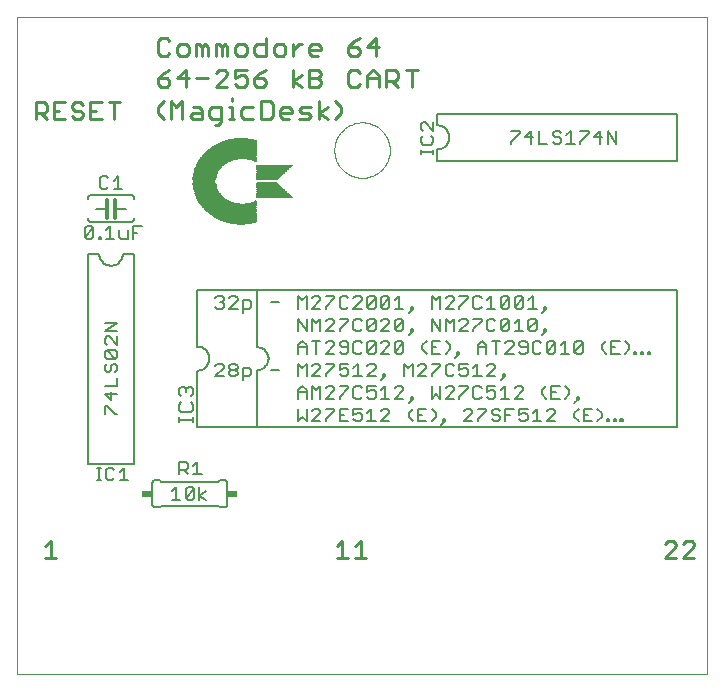
<source format=gto>
G75*
%MOIN*%
%OFA0B0*%
%FSLAX24Y24*%
%IPPOS*%
%LPD*%
%AMOC8*
5,1,8,0,0,1.08239X$1,22.5*
%
%ADD10C,0.0000*%
%ADD11C,0.0100*%
%ADD12C,0.0060*%
%ADD13C,0.0080*%
%ADD14C,0.0110*%
%ADD15C,0.0120*%
%ADD16R,0.0340X0.0240*%
%ADD17R,0.0026X0.0002*%
%ADD18R,0.0173X0.0002*%
%ADD19R,0.0244X0.0002*%
%ADD20R,0.0291X0.0002*%
%ADD21R,0.0343X0.0002*%
%ADD22R,0.0382X0.0002*%
%ADD23R,0.0417X0.0002*%
%ADD24R,0.0451X0.0002*%
%ADD25R,0.0480X0.0002*%
%ADD26R,0.0512X0.0002*%
%ADD27R,0.0535X0.0002*%
%ADD28R,0.0565X0.0002*%
%ADD29R,0.0587X0.0002*%
%ADD30R,0.0610X0.0002*%
%ADD31R,0.0638X0.0002*%
%ADD32R,0.0657X0.0002*%
%ADD33R,0.0677X0.0002*%
%ADD34R,0.0701X0.0002*%
%ADD35R,0.0719X0.0002*%
%ADD36R,0.0740X0.0002*%
%ADD37R,0.0760X0.0002*%
%ADD38R,0.0776X0.0002*%
%ADD39R,0.0793X0.0002*%
%ADD40R,0.0811X0.0002*%
%ADD41R,0.0827X0.0002*%
%ADD42R,0.0846X0.0002*%
%ADD43R,0.0862X0.0002*%
%ADD44R,0.0878X0.0002*%
%ADD45R,0.0894X0.0002*%
%ADD46R,0.0909X0.0002*%
%ADD47R,0.0925X0.0002*%
%ADD48R,0.0941X0.0002*%
%ADD49R,0.0953X0.0002*%
%ADD50R,0.0969X0.0002*%
%ADD51R,0.0984X0.0002*%
%ADD52R,0.0994X0.0002*%
%ADD53R,0.1002X0.0002*%
%ADD54R,0.1008X0.0002*%
%ADD55R,0.1016X0.0002*%
%ADD56R,0.1022X0.0002*%
%ADD57R,0.1028X0.0002*%
%ADD58R,0.1033X0.0002*%
%ADD59R,0.1041X0.0002*%
%ADD60R,0.1047X0.0002*%
%ADD61R,0.1053X0.0002*%
%ADD62R,0.1059X0.0002*%
%ADD63R,0.1065X0.0002*%
%ADD64R,0.1071X0.0002*%
%ADD65R,0.1077X0.0002*%
%ADD66R,0.1083X0.0002*%
%ADD67R,0.1089X0.0002*%
%ADD68R,0.1094X0.0002*%
%ADD69R,0.1100X0.0002*%
%ADD70R,0.1104X0.0002*%
%ADD71R,0.1110X0.0002*%
%ADD72R,0.1116X0.0002*%
%ADD73R,0.1122X0.0002*%
%ADD74R,0.1128X0.0002*%
%ADD75R,0.1132X0.0002*%
%ADD76R,0.1138X0.0002*%
%ADD77R,0.1142X0.0002*%
%ADD78R,0.1148X0.0002*%
%ADD79R,0.1154X0.0002*%
%ADD80R,0.1157X0.0002*%
%ADD81R,0.1163X0.0002*%
%ADD82R,0.1167X0.0002*%
%ADD83R,0.1173X0.0002*%
%ADD84R,0.1177X0.0002*%
%ADD85R,0.1181X0.0002*%
%ADD86R,0.1187X0.0002*%
%ADD87R,0.1191X0.0002*%
%ADD88R,0.1197X0.0002*%
%ADD89R,0.1201X0.0002*%
%ADD90R,0.1205X0.0002*%
%ADD91R,0.1211X0.0002*%
%ADD92R,0.1215X0.0002*%
%ADD93R,0.1219X0.0002*%
%ADD94R,0.1222X0.0002*%
%ADD95R,0.1228X0.0002*%
%ADD96R,0.1232X0.0002*%
%ADD97R,0.1236X0.0002*%
%ADD98R,0.1240X0.0002*%
%ADD99R,0.1246X0.0002*%
%ADD100R,0.1250X0.0002*%
%ADD101R,0.1254X0.0002*%
%ADD102R,0.1258X0.0002*%
%ADD103R,0.1262X0.0002*%
%ADD104R,0.1266X0.0002*%
%ADD105R,0.1272X0.0002*%
%ADD106R,0.1276X0.0002*%
%ADD107R,0.1280X0.0002*%
%ADD108R,0.1283X0.0002*%
%ADD109R,0.1287X0.0002*%
%ADD110R,0.1291X0.0002*%
%ADD111R,0.1295X0.0002*%
%ADD112R,0.1299X0.0002*%
%ADD113R,0.1303X0.0002*%
%ADD114R,0.1307X0.0002*%
%ADD115R,0.1311X0.0002*%
%ADD116R,0.1313X0.0002*%
%ADD117R,0.1317X0.0002*%
%ADD118R,0.1321X0.0002*%
%ADD119R,0.1325X0.0002*%
%ADD120R,0.1329X0.0002*%
%ADD121R,0.1333X0.0002*%
%ADD122R,0.1337X0.0002*%
%ADD123R,0.1341X0.0002*%
%ADD124R,0.1344X0.0002*%
%ADD125R,0.1346X0.0002*%
%ADD126R,0.1350X0.0002*%
%ADD127R,0.1354X0.0002*%
%ADD128R,0.1358X0.0002*%
%ADD129R,0.1362X0.0002*%
%ADD130R,0.1366X0.0002*%
%ADD131R,0.1368X0.0002*%
%ADD132R,0.1372X0.0002*%
%ADD133R,0.1376X0.0002*%
%ADD134R,0.1380X0.0002*%
%ADD135R,0.1382X0.0002*%
%ADD136R,0.1386X0.0002*%
%ADD137R,0.1390X0.0002*%
%ADD138R,0.1392X0.0002*%
%ADD139R,0.1396X0.0002*%
%ADD140R,0.1400X0.0002*%
%ADD141R,0.1404X0.0002*%
%ADD142R,0.1406X0.0002*%
%ADD143R,0.1409X0.0002*%
%ADD144R,0.1413X0.0002*%
%ADD145R,0.1415X0.0002*%
%ADD146R,0.1419X0.0002*%
%ADD147R,0.1423X0.0002*%
%ADD148R,0.1425X0.0002*%
%ADD149R,0.1429X0.0002*%
%ADD150R,0.1431X0.0002*%
%ADD151R,0.1435X0.0002*%
%ADD152R,0.1439X0.0002*%
%ADD153R,0.1441X0.0002*%
%ADD154R,0.1445X0.0002*%
%ADD155R,0.1447X0.0002*%
%ADD156R,0.1451X0.0002*%
%ADD157R,0.1453X0.0002*%
%ADD158R,0.1457X0.0002*%
%ADD159R,0.1461X0.0002*%
%ADD160R,0.1463X0.0002*%
%ADD161R,0.1467X0.0002*%
%ADD162R,0.1469X0.0002*%
%ADD163R,0.1472X0.0002*%
%ADD164R,0.1474X0.0002*%
%ADD165R,0.1478X0.0002*%
%ADD166R,0.1480X0.0002*%
%ADD167R,0.1484X0.0002*%
%ADD168R,0.1486X0.0002*%
%ADD169R,0.1490X0.0002*%
%ADD170R,0.1492X0.0002*%
%ADD171R,0.1496X0.0002*%
%ADD172R,0.1498X0.0002*%
%ADD173R,0.1500X0.0002*%
%ADD174R,0.1504X0.0002*%
%ADD175R,0.1506X0.0002*%
%ADD176R,0.1510X0.0002*%
%ADD177R,0.1512X0.0002*%
%ADD178R,0.1514X0.0002*%
%ADD179R,0.1518X0.0002*%
%ADD180R,0.1520X0.0002*%
%ADD181R,0.1524X0.0002*%
%ADD182R,0.1526X0.0002*%
%ADD183R,0.1530X0.0002*%
%ADD184R,0.1531X0.0002*%
%ADD185R,0.1533X0.0002*%
%ADD186R,0.1537X0.0002*%
%ADD187R,0.1539X0.0002*%
%ADD188R,0.1541X0.0002*%
%ADD189R,0.1545X0.0002*%
%ADD190R,0.1547X0.0002*%
%ADD191R,0.1549X0.0002*%
%ADD192R,0.1553X0.0002*%
%ADD193R,0.1555X0.0002*%
%ADD194R,0.1557X0.0002*%
%ADD195R,0.1561X0.0002*%
%ADD196R,0.1563X0.0002*%
%ADD197R,0.1565X0.0002*%
%ADD198R,0.1567X0.0002*%
%ADD199R,0.1571X0.0002*%
%ADD200R,0.1573X0.0002*%
%ADD201R,0.1575X0.0002*%
%ADD202R,0.1579X0.0002*%
%ADD203R,0.1581X0.0002*%
%ADD204R,0.1583X0.0002*%
%ADD205R,0.1585X0.0002*%
%ADD206R,0.1589X0.0002*%
%ADD207R,0.1591X0.0002*%
%ADD208R,0.1593X0.0002*%
%ADD209R,0.1594X0.0002*%
%ADD210R,0.1598X0.0002*%
%ADD211R,0.1600X0.0002*%
%ADD212R,0.1602X0.0002*%
%ADD213R,0.1604X0.0002*%
%ADD214R,0.1606X0.0002*%
%ADD215R,0.1610X0.0002*%
%ADD216R,0.1612X0.0002*%
%ADD217R,0.1614X0.0002*%
%ADD218R,0.1616X0.0002*%
%ADD219R,0.1618X0.0002*%
%ADD220R,0.1622X0.0002*%
%ADD221R,0.1624X0.0002*%
%ADD222R,0.1626X0.0002*%
%ADD223R,0.1628X0.0002*%
%ADD224R,0.1630X0.0002*%
%ADD225R,0.1632X0.0002*%
%ADD226R,0.1636X0.0002*%
%ADD227R,0.1638X0.0002*%
%ADD228R,0.1640X0.0002*%
%ADD229R,0.1642X0.0002*%
%ADD230R,0.1644X0.0002*%
%ADD231R,0.1646X0.0002*%
%ADD232R,0.1648X0.0002*%
%ADD233R,0.1652X0.0002*%
%ADD234R,0.1654X0.0002*%
%ADD235R,0.1656X0.0002*%
%ADD236R,0.1657X0.0002*%
%ADD237R,0.1659X0.0002*%
%ADD238R,0.1661X0.0002*%
%ADD239R,0.1663X0.0002*%
%ADD240R,0.1665X0.0002*%
%ADD241R,0.1667X0.0002*%
%ADD242R,0.1671X0.0002*%
%ADD243R,0.1673X0.0002*%
%ADD244R,0.1675X0.0002*%
%ADD245R,0.1677X0.0002*%
%ADD246R,0.1679X0.0002*%
%ADD247R,0.1681X0.0002*%
%ADD248R,0.1683X0.0002*%
%ADD249R,0.1685X0.0002*%
%ADD250R,0.1687X0.0002*%
%ADD251R,0.1689X0.0002*%
%ADD252R,0.1691X0.0002*%
%ADD253R,0.1693X0.0002*%
%ADD254R,0.1695X0.0002*%
%ADD255R,0.1697X0.0002*%
%ADD256R,0.1699X0.0002*%
%ADD257R,0.1701X0.0002*%
%ADD258R,0.1703X0.0002*%
%ADD259R,0.1705X0.0002*%
%ADD260R,0.1707X0.0002*%
%ADD261R,0.1709X0.0002*%
%ADD262R,0.1711X0.0002*%
%ADD263R,0.1713X0.0002*%
%ADD264R,0.1715X0.0002*%
%ADD265R,0.1717X0.0002*%
%ADD266R,0.1719X0.0002*%
%ADD267R,0.1720X0.0002*%
%ADD268R,0.1722X0.0002*%
%ADD269R,0.1724X0.0002*%
%ADD270R,0.1726X0.0002*%
%ADD271R,0.1728X0.0002*%
%ADD272R,0.1730X0.0002*%
%ADD273R,0.1732X0.0002*%
%ADD274R,0.1734X0.0002*%
%ADD275R,0.1736X0.0002*%
%ADD276R,0.1738X0.0002*%
%ADD277R,0.1740X0.0002*%
%ADD278R,0.1742X0.0002*%
%ADD279R,0.1744X0.0002*%
%ADD280R,0.1746X0.0002*%
%ADD281R,0.1748X0.0002*%
%ADD282R,0.1750X0.0002*%
%ADD283R,0.1752X0.0002*%
%ADD284R,0.1754X0.0002*%
%ADD285R,0.1756X0.0002*%
%ADD286R,0.1758X0.0002*%
%ADD287R,0.1760X0.0002*%
%ADD288R,0.1762X0.0002*%
%ADD289R,0.1764X0.0002*%
%ADD290R,0.1766X0.0002*%
%ADD291R,0.1768X0.0002*%
%ADD292R,0.1770X0.0002*%
%ADD293R,0.1772X0.0002*%
%ADD294R,0.1774X0.0002*%
%ADD295R,0.1776X0.0002*%
%ADD296R,0.1778X0.0002*%
%ADD297R,0.1780X0.0002*%
%ADD298R,0.1781X0.0002*%
%ADD299R,0.1783X0.0002*%
%ADD300R,0.1785X0.0002*%
%ADD301R,0.1787X0.0002*%
%ADD302R,0.1789X0.0002*%
%ADD303R,0.1791X0.0002*%
%ADD304R,0.1793X0.0002*%
%ADD305R,0.1795X0.0002*%
%ADD306R,0.1797X0.0002*%
%ADD307R,0.1799X0.0002*%
%ADD308R,0.1801X0.0002*%
%ADD309R,0.1803X0.0002*%
%ADD310R,0.1805X0.0002*%
%ADD311R,0.1807X0.0002*%
%ADD312R,0.1809X0.0002*%
%ADD313R,0.1811X0.0002*%
%ADD314R,0.1813X0.0002*%
%ADD315R,0.1815X0.0002*%
%ADD316R,0.1817X0.0002*%
%ADD317R,0.1819X0.0002*%
%ADD318R,0.1821X0.0002*%
%ADD319R,0.1823X0.0002*%
%ADD320R,0.1825X0.0002*%
%ADD321R,0.1827X0.0002*%
%ADD322R,0.1829X0.0002*%
%ADD323R,0.1831X0.0002*%
%ADD324R,0.1833X0.0002*%
%ADD325R,0.1835X0.0002*%
%ADD326R,0.1837X0.0002*%
%ADD327R,0.1839X0.0002*%
%ADD328R,0.1841X0.0002*%
%ADD329R,0.1843X0.0002*%
%ADD330R,0.1844X0.0002*%
%ADD331R,0.1846X0.0002*%
%ADD332R,0.1848X0.0002*%
%ADD333R,0.1850X0.0002*%
%ADD334R,0.1852X0.0002*%
%ADD335R,0.1854X0.0002*%
%ADD336R,0.1856X0.0002*%
%ADD337R,0.1858X0.0002*%
%ADD338R,0.1860X0.0002*%
%ADD339R,0.1862X0.0002*%
%ADD340R,0.1864X0.0002*%
%ADD341R,0.1866X0.0002*%
%ADD342R,0.1868X0.0002*%
%ADD343R,0.1870X0.0002*%
%ADD344R,0.1872X0.0002*%
%ADD345R,0.0421X0.0002*%
%ADD346R,0.1335X0.0002*%
%ADD347R,0.0384X0.0002*%
%ADD348R,0.0360X0.0002*%
%ADD349R,0.0327X0.0002*%
%ADD350R,0.1268X0.0002*%
%ADD351R,0.0311X0.0002*%
%ADD352R,0.0299X0.0002*%
%ADD353R,0.0287X0.0002*%
%ADD354R,0.0276X0.0002*%
%ADD355R,0.1226X0.0002*%
%ADD356R,0.0264X0.0002*%
%ADD357R,0.0254X0.0002*%
%ADD358R,0.1209X0.0002*%
%ADD359R,0.0236X0.0002*%
%ADD360R,0.1195X0.0002*%
%ADD361R,0.0228X0.0002*%
%ADD362R,0.0219X0.0002*%
%ADD363R,0.0211X0.0002*%
%ADD364R,0.1175X0.0002*%
%ADD365R,0.0203X0.0002*%
%ADD366R,0.0195X0.0002*%
%ADD367R,0.1161X0.0002*%
%ADD368R,0.0187X0.0002*%
%ADD369R,0.0181X0.0002*%
%ADD370R,0.1150X0.0002*%
%ADD371R,0.1146X0.0002*%
%ADD372R,0.0167X0.0002*%
%ADD373R,0.1140X0.0002*%
%ADD374R,0.0159X0.0002*%
%ADD375R,0.1134X0.0002*%
%ADD376R,0.0154X0.0002*%
%ADD377R,0.1130X0.0002*%
%ADD378R,0.0148X0.0002*%
%ADD379R,0.1126X0.0002*%
%ADD380R,0.0142X0.0002*%
%ADD381R,0.1120X0.0002*%
%ADD382R,0.0136X0.0002*%
%ADD383R,0.0130X0.0002*%
%ADD384R,0.1112X0.0002*%
%ADD385R,0.0124X0.0002*%
%ADD386R,0.1106X0.0002*%
%ADD387R,0.0118X0.0002*%
%ADD388R,0.1102X0.0002*%
%ADD389R,0.0112X0.0002*%
%ADD390R,0.1098X0.0002*%
%ADD391R,0.0108X0.0002*%
%ADD392R,0.0102X0.0002*%
%ADD393R,0.1091X0.0002*%
%ADD394R,0.0096X0.0002*%
%ADD395R,0.1087X0.0002*%
%ADD396R,0.0093X0.0002*%
%ADD397R,0.0087X0.0002*%
%ADD398R,0.1081X0.0002*%
%ADD399R,0.0083X0.0002*%
%ADD400R,0.1075X0.0002*%
%ADD401R,0.0077X0.0002*%
%ADD402R,0.0073X0.0002*%
%ADD403R,0.1067X0.0002*%
%ADD404R,0.0069X0.0002*%
%ADD405R,0.0063X0.0002*%
%ADD406R,0.1061X0.0002*%
%ADD407R,0.0059X0.0002*%
%ADD408R,0.1057X0.0002*%
%ADD409R,0.0053X0.0002*%
%ADD410R,0.1055X0.0002*%
%ADD411R,0.0049X0.0002*%
%ADD412R,0.1051X0.0002*%
%ADD413R,0.0045X0.0002*%
%ADD414R,0.0041X0.0002*%
%ADD415R,0.1045X0.0002*%
%ADD416R,0.0035X0.0002*%
%ADD417R,0.0031X0.0002*%
%ADD418R,0.1039X0.0002*%
%ADD419R,0.0028X0.0002*%
%ADD420R,0.1035X0.0002*%
%ADD421R,0.0024X0.0002*%
%ADD422R,0.0020X0.0002*%
%ADD423R,0.1031X0.0002*%
%ADD424R,0.0016X0.0002*%
%ADD425R,0.0012X0.0002*%
%ADD426R,0.1026X0.0002*%
%ADD427R,0.0008X0.0002*%
%ADD428R,0.0004X0.0002*%
%ADD429R,0.1020X0.0002*%
%ADD430R,0.1018X0.0002*%
%ADD431R,0.1014X0.0002*%
%ADD432R,0.1012X0.0002*%
%ADD433R,0.1006X0.0002*%
%ADD434R,0.1004X0.0002*%
%ADD435R,0.1000X0.0002*%
%ADD436R,0.0996X0.0002*%
%ADD437R,0.0992X0.0002*%
%ADD438R,0.0990X0.0002*%
%ADD439R,0.0986X0.0002*%
%ADD440R,0.0982X0.0002*%
%ADD441R,0.0980X0.0002*%
%ADD442R,0.0978X0.0002*%
%ADD443R,0.0976X0.0002*%
%ADD444R,0.0974X0.0002*%
%ADD445R,0.0972X0.0002*%
%ADD446R,0.0970X0.0002*%
%ADD447R,0.0967X0.0002*%
%ADD448R,0.0963X0.0002*%
%ADD449R,0.0959X0.0002*%
%ADD450R,0.0955X0.0002*%
%ADD451R,0.0951X0.0002*%
%ADD452R,0.0947X0.0002*%
%ADD453R,0.0945X0.0002*%
%ADD454R,0.0943X0.0002*%
%ADD455R,0.0939X0.0002*%
%ADD456R,0.0937X0.0002*%
%ADD457R,0.0933X0.0002*%
%ADD458R,0.0931X0.0002*%
%ADD459R,0.0929X0.0002*%
%ADD460R,0.0927X0.0002*%
%ADD461R,0.0923X0.0002*%
%ADD462R,0.0921X0.0002*%
%ADD463R,0.0917X0.0002*%
%ADD464R,0.1207X0.0002*%
%ADD465R,0.0915X0.0002*%
%ADD466R,0.1203X0.0002*%
%ADD467R,0.0913X0.0002*%
%ADD468R,0.0911X0.0002*%
%ADD469R,0.1199X0.0002*%
%ADD470R,0.0907X0.0002*%
%ADD471R,0.1193X0.0002*%
%ADD472R,0.0906X0.0002*%
%ADD473R,0.1189X0.0002*%
%ADD474R,0.0902X0.0002*%
%ADD475R,0.1185X0.0002*%
%ADD476R,0.1183X0.0002*%
%ADD477R,0.0900X0.0002*%
%ADD478R,0.1179X0.0002*%
%ADD479R,0.0898X0.0002*%
%ADD480R,0.0896X0.0002*%
%ADD481R,0.1171X0.0002*%
%ADD482R,0.1169X0.0002*%
%ADD483R,0.0892X0.0002*%
%ADD484R,0.0890X0.0002*%
%ADD485R,0.1165X0.0002*%
%ADD486R,0.0888X0.0002*%
%ADD487R,0.1159X0.0002*%
%ADD488R,0.0886X0.0002*%
%ADD489R,0.0884X0.0002*%
%ADD490R,0.1156X0.0002*%
%ADD491R,0.0882X0.0002*%
%ADD492R,0.1152X0.0002*%
%ADD493R,0.0880X0.0002*%
%ADD494R,0.1144X0.0002*%
%ADD495R,0.0876X0.0002*%
%ADD496R,0.0874X0.0002*%
%ADD497R,0.1136X0.0002*%
%ADD498R,0.0872X0.0002*%
%ADD499R,0.0870X0.0002*%
%ADD500R,0.0868X0.0002*%
%ADD501R,0.1124X0.0002*%
%ADD502R,0.0866X0.0002*%
%ADD503R,0.0864X0.0002*%
%ADD504R,0.1118X0.0002*%
%ADD505R,0.1114X0.0002*%
%ADD506R,0.0860X0.0002*%
%ADD507R,0.1108X0.0002*%
%ADD508R,0.0858X0.0002*%
%ADD509R,0.0856X0.0002*%
%ADD510R,0.0854X0.0002*%
%ADD511R,0.1096X0.0002*%
%ADD512R,0.1093X0.0002*%
%ADD513R,0.0852X0.0002*%
%ADD514R,0.0850X0.0002*%
%ADD515R,0.0848X0.0002*%
%ADD516R,0.1085X0.0002*%
%ADD517R,0.0844X0.0002*%
%ADD518R,0.1073X0.0002*%
%ADD519R,0.1069X0.0002*%
%ADD520R,0.0843X0.0002*%
%ADD521R,0.0841X0.0002*%
%ADD522R,0.1063X0.0002*%
%ADD523R,0.0839X0.0002*%
%ADD524R,0.0837X0.0002*%
%ADD525R,0.1049X0.0002*%
%ADD526R,0.0835X0.0002*%
%ADD527R,0.1043X0.0002*%
%ADD528R,0.0833X0.0002*%
%ADD529R,0.0831X0.0002*%
%ADD530R,0.1037X0.0002*%
%ADD531R,0.0829X0.0002*%
%ADD532R,0.1030X0.0002*%
%ADD533R,0.1024X0.0002*%
%ADD534R,0.0825X0.0002*%
%ADD535R,0.0823X0.0002*%
%ADD536R,0.1010X0.0002*%
%ADD537R,0.0821X0.0002*%
%ADD538R,0.0819X0.0002*%
%ADD539R,0.0817X0.0002*%
%ADD540R,0.0998X0.0002*%
%ADD541R,0.0815X0.0002*%
%ADD542R,0.0988X0.0002*%
%ADD543R,0.0813X0.0002*%
%ADD544R,0.0809X0.0002*%
%ADD545R,0.0965X0.0002*%
%ADD546R,0.0807X0.0002*%
%ADD547R,0.0957X0.0002*%
%ADD548R,0.0805X0.0002*%
%ADD549R,0.0949X0.0002*%
%ADD550R,0.0803X0.0002*%
%ADD551R,0.0801X0.0002*%
%ADD552R,0.0935X0.0002*%
%ADD553R,0.0799X0.0002*%
%ADD554R,0.0797X0.0002*%
%ADD555R,0.0919X0.0002*%
%ADD556R,0.0795X0.0002*%
%ADD557R,0.0904X0.0002*%
%ADD558R,0.0791X0.0002*%
%ADD559R,0.0789X0.0002*%
%ADD560R,0.0787X0.0002*%
%ADD561R,0.0785X0.0002*%
%ADD562R,0.0783X0.0002*%
%ADD563R,0.0781X0.0002*%
%ADD564R,0.0780X0.0002*%
%ADD565R,0.0778X0.0002*%
%ADD566R,0.0774X0.0002*%
%ADD567R,0.0770X0.0002*%
%ADD568R,0.0768X0.0002*%
%ADD569R,0.0772X0.0002*%
%ADD570R,0.0766X0.0002*%
%ADD571R,0.0764X0.0002*%
%ADD572R,0.0762X0.0002*%
%ADD573R,0.0758X0.0002*%
%ADD574R,0.0756X0.0002*%
%ADD575R,0.0754X0.0002*%
%ADD576R,0.0752X0.0002*%
%ADD577R,0.0750X0.0002*%
%ADD578R,0.0746X0.0002*%
%ADD579R,0.0744X0.0002*%
%ADD580R,0.0742X0.0002*%
%ADD581R,0.0738X0.0002*%
%ADD582R,0.0736X0.0002*%
%ADD583R,0.0734X0.0002*%
%ADD584R,0.0732X0.0002*%
%ADD585R,0.0730X0.0002*%
%ADD586R,0.0728X0.0002*%
%ADD587R,0.0726X0.0002*%
%ADD588R,0.0722X0.0002*%
%ADD589R,0.0720X0.0002*%
%ADD590R,0.0717X0.0002*%
%ADD591R,0.0715X0.0002*%
%ADD592R,0.0713X0.0002*%
%ADD593R,0.0711X0.0002*%
%ADD594R,0.0709X0.0002*%
%ADD595R,0.0707X0.0002*%
%ADD596R,0.0705X0.0002*%
%ADD597R,0.0703X0.0002*%
%ADD598R,0.0699X0.0002*%
%ADD599R,0.0697X0.0002*%
%ADD600R,0.0695X0.0002*%
%ADD601R,0.0693X0.0002*%
%ADD602R,0.0691X0.0002*%
%ADD603R,0.0689X0.0002*%
%ADD604R,0.0687X0.0002*%
%ADD605R,0.0685X0.0002*%
%ADD606R,0.0683X0.0002*%
%ADD607R,0.0681X0.0002*%
%ADD608R,0.0679X0.0002*%
%ADD609R,0.0675X0.0002*%
%ADD610R,0.0673X0.0002*%
%ADD611R,0.0671X0.0002*%
%ADD612R,0.0669X0.0002*%
%ADD613R,0.0667X0.0002*%
%ADD614R,0.0724X0.0002*%
%ADD615R,0.0748X0.0002*%
%ADD616R,0.0961X0.0002*%
%ADD617R,0.1079X0.0002*%
%ADD618R,0.0002X0.0002*%
%ADD619R,0.0006X0.0002*%
%ADD620R,0.0010X0.0002*%
%ADD621R,0.0014X0.0002*%
%ADD622R,0.0022X0.0002*%
%ADD623R,0.0039X0.0002*%
%ADD624R,0.0043X0.0002*%
%ADD625R,0.0047X0.0002*%
%ADD626R,0.0057X0.0002*%
%ADD627R,0.0061X0.0002*%
%ADD628R,0.0067X0.0002*%
%ADD629R,0.0071X0.0002*%
%ADD630R,0.0081X0.0002*%
%ADD631R,0.0091X0.0002*%
%ADD632R,0.0100X0.0002*%
%ADD633R,0.0106X0.0002*%
%ADD634R,0.0122X0.0002*%
%ADD635R,0.0128X0.0002*%
%ADD636R,0.0134X0.0002*%
%ADD637R,0.0140X0.0002*%
%ADD638R,0.0146X0.0002*%
%ADD639R,0.0165X0.0002*%
%ADD640R,0.0171X0.0002*%
%ADD641R,0.0179X0.0002*%
%ADD642R,0.0185X0.0002*%
%ADD643R,0.0193X0.0002*%
%ADD644R,0.0201X0.0002*%
%ADD645R,0.0209X0.0002*%
%ADD646R,0.0217X0.0002*%
%ADD647R,0.0224X0.0002*%
%ADD648R,0.0234X0.0002*%
%ADD649R,0.0242X0.0002*%
%ADD650R,0.1217X0.0002*%
%ADD651R,0.0252X0.0002*%
%ADD652R,0.1224X0.0002*%
%ADD653R,0.0262X0.0002*%
%ADD654R,0.1234X0.0002*%
%ADD655R,0.0272X0.0002*%
%ADD656R,0.1244X0.0002*%
%ADD657R,0.0283X0.0002*%
%ADD658R,0.0295X0.0002*%
%ADD659R,0.0307X0.0002*%
%ADD660R,0.0323X0.0002*%
%ADD661R,0.1293X0.0002*%
%ADD662R,0.0337X0.0002*%
%ADD663R,0.1309X0.0002*%
%ADD664R,0.0356X0.0002*%
%ADD665R,0.1331X0.0002*%
%ADD666R,0.0378X0.0002*%
%ADD667R,0.0409X0.0002*%
%ADD668R,0.1669X0.0002*%
%ADD669R,0.1650X0.0002*%
%ADD670R,0.1634X0.0002*%
%ADD671R,0.1620X0.0002*%
%ADD672R,0.1608X0.0002*%
%ADD673R,0.1596X0.0002*%
%ADD674R,0.1587X0.0002*%
%ADD675R,0.1577X0.0002*%
%ADD676R,0.1569X0.0002*%
%ADD677R,0.1559X0.0002*%
%ADD678R,0.1551X0.0002*%
%ADD679R,0.1543X0.0002*%
%ADD680R,0.1535X0.0002*%
%ADD681R,0.1528X0.0002*%
%ADD682R,0.1522X0.0002*%
%ADD683R,0.1516X0.0002*%
%ADD684R,0.1508X0.0002*%
%ADD685R,0.1502X0.0002*%
%ADD686R,0.1494X0.0002*%
%ADD687R,0.1488X0.0002*%
%ADD688R,0.1482X0.0002*%
%ADD689R,0.1476X0.0002*%
%ADD690R,0.1470X0.0002*%
%ADD691R,0.1465X0.0002*%
%ADD692R,0.1459X0.0002*%
%ADD693R,0.1455X0.0002*%
%ADD694R,0.1449X0.0002*%
%ADD695R,0.1443X0.0002*%
%ADD696R,0.1437X0.0002*%
%ADD697R,0.1433X0.0002*%
%ADD698R,0.1427X0.0002*%
%ADD699R,0.1421X0.0002*%
%ADD700R,0.1417X0.0002*%
%ADD701R,0.1411X0.0002*%
%ADD702R,0.1407X0.0002*%
%ADD703R,0.1402X0.0002*%
%ADD704R,0.1398X0.0002*%
%ADD705R,0.1388X0.0002*%
%ADD706R,0.1378X0.0002*%
%ADD707R,0.1374X0.0002*%
%ADD708R,0.1364X0.0002*%
%ADD709R,0.1360X0.0002*%
%ADD710R,0.1356X0.0002*%
%ADD711R,0.1343X0.0002*%
%ADD712R,0.1339X0.0002*%
%ADD713R,0.1305X0.0002*%
%ADD714R,0.1301X0.0002*%
%ADD715R,0.1297X0.0002*%
%ADD716R,0.1289X0.0002*%
%ADD717R,0.1285X0.0002*%
%ADD718R,0.1281X0.0002*%
%ADD719R,0.1278X0.0002*%
%ADD720R,0.1274X0.0002*%
%ADD721R,0.1270X0.0002*%
%ADD722R,0.1256X0.0002*%
%ADD723R,0.1252X0.0002*%
%ADD724R,0.1248X0.0002*%
%ADD725R,0.1230X0.0002*%
%ADD726R,0.1213X0.0002*%
%ADD727R,0.0652X0.0002*%
%ADD728R,0.0628X0.0002*%
%ADD729R,0.0606X0.0002*%
%ADD730R,0.0583X0.0002*%
%ADD731R,0.0559X0.0002*%
%ADD732R,0.0531X0.0002*%
%ADD733R,0.0502X0.0002*%
%ADD734R,0.0472X0.0002*%
%ADD735R,0.0441X0.0002*%
%ADD736R,0.0406X0.0002*%
%ADD737R,0.0368X0.0002*%
%ADD738R,0.0329X0.0002*%
%ADD739R,0.0280X0.0002*%
%ADD740R,0.0222X0.0002*%
D10*
X000100Y000100D02*
X000100Y021998D01*
X023100Y021998D01*
X023100Y000100D01*
X000100Y000100D01*
X010671Y017547D02*
X010673Y017607D01*
X010679Y017668D01*
X010689Y017727D01*
X010703Y017786D01*
X010720Y017844D01*
X010741Y017901D01*
X010766Y017956D01*
X010795Y018009D01*
X010827Y018061D01*
X010862Y018110D01*
X010901Y018157D01*
X010942Y018201D01*
X010986Y018242D01*
X011033Y018281D01*
X011082Y018316D01*
X011133Y018348D01*
X011187Y018377D01*
X011242Y018402D01*
X011299Y018423D01*
X011357Y018440D01*
X011416Y018454D01*
X011475Y018464D01*
X011536Y018470D01*
X011596Y018472D01*
X011656Y018470D01*
X011717Y018464D01*
X011776Y018454D01*
X011835Y018440D01*
X011893Y018423D01*
X011950Y018402D01*
X012005Y018377D01*
X012058Y018348D01*
X012110Y018316D01*
X012159Y018281D01*
X012206Y018242D01*
X012250Y018201D01*
X012291Y018157D01*
X012330Y018110D01*
X012365Y018061D01*
X012397Y018010D01*
X012426Y017956D01*
X012451Y017901D01*
X012472Y017844D01*
X012489Y017786D01*
X012503Y017727D01*
X012513Y017668D01*
X012519Y017607D01*
X012521Y017547D01*
X012519Y017487D01*
X012513Y017426D01*
X012503Y017367D01*
X012489Y017308D01*
X012472Y017250D01*
X012451Y017193D01*
X012426Y017138D01*
X012397Y017085D01*
X012365Y017033D01*
X012330Y016984D01*
X012291Y016937D01*
X012250Y016893D01*
X012206Y016852D01*
X012159Y016813D01*
X012110Y016778D01*
X012059Y016746D01*
X012005Y016717D01*
X011950Y016692D01*
X011893Y016671D01*
X011835Y016654D01*
X011776Y016640D01*
X011717Y016630D01*
X011656Y016624D01*
X011596Y016622D01*
X011536Y016624D01*
X011475Y016630D01*
X011416Y016640D01*
X011357Y016654D01*
X011299Y016671D01*
X011242Y016692D01*
X011187Y016717D01*
X011134Y016746D01*
X011082Y016778D01*
X011033Y016813D01*
X010986Y016852D01*
X010942Y016893D01*
X010901Y016937D01*
X010862Y016984D01*
X010827Y017033D01*
X010795Y017084D01*
X010766Y017138D01*
X010741Y017193D01*
X010720Y017250D01*
X010703Y017308D01*
X010689Y017367D01*
X010679Y017426D01*
X010673Y017487D01*
X010671Y017547D01*
D11*
X003517Y019148D02*
X003143Y019148D01*
X003330Y019148D02*
X003330Y018588D01*
X002909Y018588D02*
X002536Y018588D01*
X002536Y019148D01*
X002909Y019148D01*
X002722Y018868D02*
X002536Y018868D01*
X002302Y018774D02*
X002302Y018681D01*
X002208Y018588D01*
X002021Y018588D01*
X001928Y018681D01*
X002021Y018868D02*
X002208Y018868D01*
X002302Y018774D01*
X002021Y018868D02*
X001928Y018961D01*
X001928Y019055D01*
X002021Y019148D01*
X002208Y019148D01*
X002302Y019055D01*
X001694Y019148D02*
X001320Y019148D01*
X001320Y018588D01*
X001694Y018588D01*
X001507Y018868D02*
X001320Y018868D01*
X001086Y018868D02*
X000993Y018774D01*
X000713Y018774D01*
X000899Y018774D02*
X001086Y018588D01*
X001086Y018868D02*
X001086Y019055D01*
X000993Y019148D01*
X000713Y019148D01*
X000713Y018588D01*
X001212Y004523D02*
X001212Y003963D01*
X001025Y003963D02*
X001399Y003963D01*
X001025Y004336D02*
X001212Y004523D01*
X010749Y004336D02*
X010935Y004523D01*
X010935Y003963D01*
X010749Y003963D02*
X011122Y003963D01*
X011356Y003963D02*
X011730Y003963D01*
X011543Y003963D02*
X011543Y004523D01*
X011356Y004336D01*
X021687Y004430D02*
X021781Y004523D01*
X021968Y004523D01*
X022061Y004430D01*
X022061Y004336D01*
X021687Y003963D01*
X022061Y003963D01*
X022295Y003963D02*
X022669Y004336D01*
X022669Y004430D01*
X022575Y004523D01*
X022389Y004523D01*
X022295Y004430D01*
X022295Y003963D02*
X022669Y003963D01*
D12*
X022100Y008325D02*
X022100Y012875D01*
X006100Y012875D01*
X006100Y011000D01*
X006139Y010998D01*
X006178Y010992D01*
X006216Y010983D01*
X006253Y010970D01*
X006289Y010953D01*
X006322Y010933D01*
X006354Y010909D01*
X006383Y010883D01*
X006409Y010854D01*
X006433Y010822D01*
X006453Y010789D01*
X006470Y010753D01*
X006483Y010716D01*
X006492Y010678D01*
X006498Y010639D01*
X006500Y010600D01*
X006498Y010561D01*
X006492Y010522D01*
X006483Y010484D01*
X006470Y010447D01*
X006453Y010411D01*
X006433Y010378D01*
X006409Y010346D01*
X006383Y010317D01*
X006354Y010291D01*
X006322Y010267D01*
X006289Y010247D01*
X006253Y010230D01*
X006216Y010217D01*
X006178Y010208D01*
X006139Y010202D01*
X006100Y010200D01*
X006100Y008325D01*
X022100Y008325D01*
X022100Y017200D02*
X014100Y017200D01*
X014100Y017575D01*
X014139Y017577D01*
X014178Y017583D01*
X014216Y017592D01*
X014253Y017605D01*
X014289Y017622D01*
X014322Y017642D01*
X014354Y017666D01*
X014383Y017692D01*
X014409Y017721D01*
X014433Y017753D01*
X014453Y017786D01*
X014470Y017822D01*
X014483Y017859D01*
X014492Y017897D01*
X014498Y017936D01*
X014500Y017975D01*
X014498Y018014D01*
X014492Y018053D01*
X014483Y018091D01*
X014470Y018128D01*
X014453Y018164D01*
X014433Y018197D01*
X014409Y018229D01*
X014383Y018258D01*
X014354Y018284D01*
X014322Y018308D01*
X014289Y018328D01*
X014253Y018345D01*
X014216Y018358D01*
X014178Y018367D01*
X014139Y018373D01*
X014100Y018375D01*
X014100Y018750D01*
X022100Y018750D01*
X022100Y017200D01*
X008100Y012850D02*
X008100Y010975D01*
X008138Y010973D01*
X008175Y010967D01*
X008212Y010958D01*
X008248Y010945D01*
X008282Y010928D01*
X008314Y010908D01*
X008344Y010885D01*
X008372Y010858D01*
X008397Y010830D01*
X008418Y010798D01*
X008437Y010765D01*
X008452Y010730D01*
X008463Y010694D01*
X008471Y010657D01*
X008475Y010619D01*
X008475Y010581D01*
X008471Y010543D01*
X008463Y010506D01*
X008452Y010470D01*
X008437Y010435D01*
X008418Y010402D01*
X008397Y010370D01*
X008372Y010342D01*
X008344Y010315D01*
X008314Y010292D01*
X008282Y010272D01*
X008248Y010255D01*
X008212Y010242D01*
X008175Y010233D01*
X008138Y010227D01*
X008100Y010225D01*
X008100Y008350D01*
X007000Y006550D02*
X006850Y006550D01*
X006800Y006500D01*
X004900Y006500D01*
X004850Y006550D01*
X004700Y006550D01*
X004683Y006548D01*
X004666Y006544D01*
X004650Y006537D01*
X004636Y006527D01*
X004623Y006514D01*
X004613Y006500D01*
X004606Y006484D01*
X004602Y006467D01*
X004600Y006450D01*
X004600Y005750D01*
X004602Y005733D01*
X004606Y005716D01*
X004613Y005700D01*
X004623Y005686D01*
X004636Y005673D01*
X004650Y005663D01*
X004666Y005656D01*
X004683Y005652D01*
X004700Y005650D01*
X004850Y005650D01*
X004900Y005700D01*
X006800Y005700D01*
X006850Y005650D01*
X007000Y005650D01*
X007017Y005652D01*
X007034Y005656D01*
X007050Y005663D01*
X007064Y005673D01*
X007077Y005686D01*
X007087Y005700D01*
X007094Y005716D01*
X007098Y005733D01*
X007100Y005750D01*
X007100Y006450D01*
X007098Y006467D01*
X007094Y006484D01*
X007087Y006500D01*
X007077Y006514D01*
X007064Y006527D01*
X007050Y006537D01*
X007034Y006544D01*
X007017Y006548D01*
X007000Y006550D01*
X004000Y007100D02*
X002450Y007100D01*
X002450Y014100D01*
X002825Y014100D01*
X002827Y014061D01*
X002833Y014022D01*
X002842Y013984D01*
X002855Y013947D01*
X002872Y013911D01*
X002892Y013878D01*
X002916Y013846D01*
X002942Y013817D01*
X002971Y013791D01*
X003003Y013767D01*
X003036Y013747D01*
X003072Y013730D01*
X003109Y013717D01*
X003147Y013708D01*
X003186Y013702D01*
X003225Y013700D01*
X003264Y013702D01*
X003303Y013708D01*
X003341Y013717D01*
X003378Y013730D01*
X003414Y013747D01*
X003447Y013767D01*
X003479Y013791D01*
X003508Y013817D01*
X003534Y013846D01*
X003558Y013878D01*
X003578Y013911D01*
X003595Y013947D01*
X003608Y013984D01*
X003617Y014022D01*
X003623Y014061D01*
X003625Y014100D01*
X004000Y014100D01*
X004000Y007100D01*
X003875Y015150D02*
X002575Y015150D01*
X002555Y015152D01*
X002535Y015156D01*
X002516Y015164D01*
X002498Y015175D01*
X002482Y015188D01*
X002469Y015204D01*
X002458Y015222D01*
X002450Y015241D01*
X002446Y015261D01*
X002444Y015281D01*
X002725Y015600D02*
X003105Y015600D01*
X003355Y015600D02*
X003725Y015600D01*
X004006Y015281D02*
X004004Y015261D01*
X004000Y015241D01*
X003992Y015222D01*
X003981Y015204D01*
X003968Y015188D01*
X003952Y015175D01*
X003934Y015164D01*
X003915Y015156D01*
X003895Y015152D01*
X003875Y015150D01*
X004006Y015919D02*
X004004Y015939D01*
X004000Y015959D01*
X003992Y015978D01*
X003981Y015996D01*
X003968Y016012D01*
X003952Y016025D01*
X003934Y016036D01*
X003915Y016044D01*
X003895Y016048D01*
X003875Y016050D01*
X002575Y016050D01*
X002555Y016048D01*
X002535Y016044D01*
X002516Y016036D01*
X002498Y016025D01*
X002482Y016012D01*
X002469Y015996D01*
X002458Y015978D01*
X002450Y015959D01*
X002446Y015939D01*
X002444Y015919D01*
D13*
X002853Y016323D02*
X002923Y016253D01*
X003063Y016253D01*
X003133Y016323D01*
X003313Y016253D02*
X003593Y016253D01*
X003453Y016253D02*
X003453Y016673D01*
X003313Y016533D01*
X003133Y016603D02*
X003063Y016673D01*
X002923Y016673D01*
X002853Y016603D01*
X002853Y016323D01*
X002563Y015010D02*
X002423Y015010D01*
X002353Y014940D01*
X002353Y014660D01*
X002633Y014940D01*
X002633Y014660D01*
X002563Y014590D01*
X002423Y014590D01*
X002353Y014660D01*
X002633Y014940D02*
X002563Y015010D01*
X002813Y014660D02*
X002883Y014660D01*
X002883Y014590D01*
X002813Y014590D01*
X002813Y014660D01*
X003043Y014590D02*
X003323Y014590D01*
X003183Y014590D02*
X003183Y015010D01*
X003043Y014870D01*
X003503Y014870D02*
X003503Y014660D01*
X003574Y014590D01*
X003784Y014590D01*
X003784Y014870D01*
X003964Y014800D02*
X004104Y014800D01*
X003964Y014590D02*
X003964Y015010D01*
X004244Y015010D01*
X006703Y012615D02*
X006773Y012685D01*
X006913Y012685D01*
X006983Y012615D01*
X006983Y012545D01*
X006913Y012475D01*
X006983Y012405D01*
X006983Y012335D01*
X006913Y012265D01*
X006773Y012265D01*
X006703Y012335D01*
X006843Y012475D02*
X006913Y012475D01*
X007163Y012615D02*
X007233Y012685D01*
X007373Y012685D01*
X007443Y012615D01*
X007443Y012545D01*
X007163Y012265D01*
X007443Y012265D01*
X007623Y012265D02*
X007833Y012265D01*
X007904Y012335D01*
X007904Y012475D01*
X007833Y012545D01*
X007623Y012545D01*
X007623Y012125D01*
X008544Y012475D02*
X008824Y012475D01*
X009465Y012265D02*
X009465Y012685D01*
X009605Y012545D01*
X009745Y012685D01*
X009745Y012265D01*
X009925Y012265D02*
X010205Y012545D01*
X010205Y012615D01*
X010135Y012685D01*
X009995Y012685D01*
X009925Y012615D01*
X009925Y012265D02*
X010205Y012265D01*
X010386Y012265D02*
X010386Y012335D01*
X010666Y012615D01*
X010666Y012685D01*
X010386Y012685D01*
X010846Y012615D02*
X010846Y012335D01*
X010916Y012265D01*
X011056Y012265D01*
X011126Y012335D01*
X011306Y012265D02*
X011587Y012545D01*
X011587Y012615D01*
X011517Y012685D01*
X011376Y012685D01*
X011306Y012615D01*
X011126Y012615D02*
X011056Y012685D01*
X010916Y012685D01*
X010846Y012615D01*
X011306Y012265D02*
X011587Y012265D01*
X011767Y012335D02*
X012047Y012615D01*
X012047Y012335D01*
X011977Y012265D01*
X011837Y012265D01*
X011767Y012335D01*
X011767Y012615D01*
X011837Y012685D01*
X011977Y012685D01*
X012047Y012615D01*
X012227Y012615D02*
X012297Y012685D01*
X012437Y012685D01*
X012507Y012615D01*
X012227Y012335D01*
X012297Y012265D01*
X012437Y012265D01*
X012507Y012335D01*
X012507Y012615D01*
X012688Y012545D02*
X012828Y012685D01*
X012828Y012265D01*
X012688Y012265D02*
X012968Y012265D01*
X013148Y012125D02*
X013288Y012265D01*
X013218Y012265D01*
X013218Y012335D01*
X013288Y012335D01*
X013288Y012265D01*
X012898Y011935D02*
X012968Y011865D01*
X012688Y011585D01*
X012758Y011515D01*
X012898Y011515D01*
X012968Y011585D01*
X012968Y011865D01*
X012898Y011935D02*
X012758Y011935D01*
X012688Y011865D01*
X012688Y011585D01*
X012507Y011515D02*
X012227Y011515D01*
X012507Y011795D01*
X012507Y011865D01*
X012437Y011935D01*
X012297Y011935D01*
X012227Y011865D01*
X012047Y011865D02*
X012047Y011585D01*
X011977Y011515D01*
X011837Y011515D01*
X011767Y011585D01*
X012047Y011865D01*
X011977Y011935D01*
X011837Y011935D01*
X011767Y011865D01*
X011767Y011585D01*
X011587Y011585D02*
X011517Y011515D01*
X011376Y011515D01*
X011306Y011585D01*
X011306Y011865D01*
X011376Y011935D01*
X011517Y011935D01*
X011587Y011865D01*
X011126Y011865D02*
X010846Y011585D01*
X010846Y011515D01*
X010666Y011515D02*
X010386Y011515D01*
X010666Y011795D01*
X010666Y011865D01*
X010596Y011935D01*
X010456Y011935D01*
X010386Y011865D01*
X010205Y011935D02*
X010205Y011515D01*
X009925Y011515D02*
X009925Y011935D01*
X010065Y011795D01*
X010205Y011935D01*
X009745Y011935D02*
X009745Y011515D01*
X009465Y011935D01*
X009465Y011515D01*
X009605Y011185D02*
X009745Y011045D01*
X009745Y010765D01*
X009745Y010975D02*
X009465Y010975D01*
X009465Y011045D02*
X009605Y011185D01*
X009465Y011045D02*
X009465Y010765D01*
X009465Y010435D02*
X009605Y010295D01*
X009745Y010435D01*
X009745Y010015D01*
X009925Y010015D02*
X010205Y010295D01*
X010205Y010365D01*
X010135Y010435D01*
X009995Y010435D01*
X009925Y010365D01*
X009925Y010015D02*
X010205Y010015D01*
X010386Y010015D02*
X010386Y010085D01*
X010666Y010365D01*
X010666Y010435D01*
X010386Y010435D01*
X010386Y010765D02*
X010666Y011045D01*
X010666Y011115D01*
X010596Y011185D01*
X010456Y011185D01*
X010386Y011115D01*
X010205Y011185D02*
X009925Y011185D01*
X010065Y011185D02*
X010065Y010765D01*
X010386Y010765D02*
X010666Y010765D01*
X010846Y010835D02*
X010916Y010765D01*
X011056Y010765D01*
X011126Y010835D01*
X011126Y011115D01*
X011056Y011185D01*
X010916Y011185D01*
X010846Y011115D01*
X010846Y011045D01*
X010916Y010975D01*
X011126Y010975D01*
X011306Y011115D02*
X011306Y010835D01*
X011376Y010765D01*
X011517Y010765D01*
X011587Y010835D01*
X011767Y010835D02*
X011767Y011115D01*
X011837Y011185D01*
X011977Y011185D01*
X012047Y011115D01*
X011767Y010835D01*
X011837Y010765D01*
X011977Y010765D01*
X012047Y010835D01*
X012047Y011115D01*
X012227Y011115D02*
X012297Y011185D01*
X012437Y011185D01*
X012507Y011115D01*
X012507Y011045D01*
X012227Y010765D01*
X012507Y010765D01*
X012688Y010835D02*
X012968Y011115D01*
X012968Y010835D01*
X012898Y010765D01*
X012758Y010765D01*
X012688Y010835D01*
X012688Y011115D01*
X012758Y011185D01*
X012898Y011185D01*
X012968Y011115D01*
X013148Y011375D02*
X013288Y011515D01*
X013218Y011515D01*
X013218Y011585D01*
X013288Y011585D01*
X013288Y011515D01*
X013749Y011185D02*
X013608Y011045D01*
X013608Y010905D01*
X013749Y010765D01*
X013915Y010765D02*
X014196Y010765D01*
X014376Y010765D02*
X014516Y010905D01*
X014516Y011045D01*
X014376Y011185D01*
X014196Y011185D02*
X013915Y011185D01*
X013915Y010765D01*
X013915Y010975D02*
X014055Y010975D01*
X013915Y010435D02*
X014196Y010435D01*
X014196Y010365D01*
X013915Y010085D01*
X013915Y010015D01*
X013735Y010015D02*
X013455Y010015D01*
X013735Y010295D01*
X013735Y010365D01*
X013665Y010435D01*
X013525Y010435D01*
X013455Y010365D01*
X013275Y010435D02*
X013275Y010015D01*
X012995Y010015D02*
X012995Y010435D01*
X013135Y010295D01*
X013275Y010435D01*
X012898Y009685D02*
X012758Y009685D01*
X012688Y009615D01*
X012898Y009685D02*
X012968Y009615D01*
X012968Y009545D01*
X012688Y009265D01*
X012968Y009265D01*
X013148Y009125D02*
X013288Y009265D01*
X013218Y009265D01*
X013218Y009335D01*
X013288Y009335D01*
X013288Y009265D01*
X013288Y008935D02*
X013148Y008795D01*
X013148Y008655D01*
X013288Y008515D01*
X013455Y008515D02*
X013735Y008515D01*
X013915Y008515D02*
X014055Y008655D01*
X014055Y008795D01*
X013915Y008935D01*
X013735Y008935D02*
X013455Y008935D01*
X013455Y008515D01*
X013455Y008725D02*
X013595Y008725D01*
X013915Y009265D02*
X014055Y009405D01*
X014196Y009265D01*
X014196Y009685D01*
X014376Y009615D02*
X014446Y009685D01*
X014586Y009685D01*
X014656Y009615D01*
X014656Y009545D01*
X014376Y009265D01*
X014656Y009265D01*
X014836Y009265D02*
X014836Y009335D01*
X015116Y009615D01*
X015116Y009685D01*
X014836Y009685D01*
X014906Y010015D02*
X014836Y010085D01*
X014906Y010015D02*
X015046Y010015D01*
X015116Y010085D01*
X015116Y010225D01*
X015046Y010295D01*
X014976Y010295D01*
X014836Y010225D01*
X014836Y010435D01*
X015116Y010435D01*
X015296Y010295D02*
X015437Y010435D01*
X015437Y010015D01*
X015577Y010015D02*
X015296Y010015D01*
X015367Y009685D02*
X015296Y009615D01*
X015296Y009335D01*
X015367Y009265D01*
X015507Y009265D01*
X015577Y009335D01*
X015757Y009335D02*
X015827Y009265D01*
X015967Y009265D01*
X016037Y009335D01*
X016037Y009475D01*
X015967Y009545D01*
X015897Y009545D01*
X015757Y009475D01*
X015757Y009685D01*
X016037Y009685D01*
X016217Y009545D02*
X016357Y009685D01*
X016357Y009265D01*
X016217Y009265D02*
X016498Y009265D01*
X016678Y009265D02*
X016958Y009545D01*
X016958Y009615D01*
X016888Y009685D01*
X016748Y009685D01*
X016678Y009615D01*
X016678Y009265D02*
X016958Y009265D01*
X016831Y008935D02*
X016831Y008725D01*
X016971Y008795D01*
X017041Y008795D01*
X017111Y008725D01*
X017111Y008585D01*
X017041Y008515D01*
X016901Y008515D01*
X016831Y008585D01*
X016511Y008725D02*
X016371Y008725D01*
X016191Y008655D02*
X016191Y008585D01*
X016121Y008515D01*
X015980Y008515D01*
X015910Y008585D01*
X015980Y008725D02*
X016121Y008725D01*
X016191Y008655D01*
X016191Y008865D02*
X016121Y008935D01*
X015980Y008935D01*
X015910Y008865D01*
X015910Y008795D01*
X015980Y008725D01*
X015730Y008865D02*
X015450Y008585D01*
X015450Y008515D01*
X015270Y008515D02*
X014990Y008515D01*
X015270Y008795D01*
X015270Y008865D01*
X015200Y008935D01*
X015060Y008935D01*
X014990Y008865D01*
X015450Y008935D02*
X015730Y008935D01*
X015730Y008865D01*
X016371Y008935D02*
X016371Y008515D01*
X016371Y008935D02*
X016651Y008935D01*
X016831Y008935D02*
X017111Y008935D01*
X017292Y008795D02*
X017432Y008935D01*
X017432Y008515D01*
X017292Y008515D02*
X017572Y008515D01*
X017752Y008515D02*
X018032Y008795D01*
X018032Y008865D01*
X017962Y008935D01*
X017822Y008935D01*
X017752Y008865D01*
X017739Y009265D02*
X017598Y009405D01*
X017598Y009545D01*
X017739Y009685D01*
X017905Y009685D02*
X017905Y009265D01*
X018186Y009265D01*
X018366Y009265D02*
X018506Y009405D01*
X018506Y009545D01*
X018366Y009685D01*
X018186Y009685D02*
X017905Y009685D01*
X017905Y009475D02*
X018046Y009475D01*
X018743Y009335D02*
X018743Y009265D01*
X018813Y009265D01*
X018813Y009335D01*
X018743Y009335D01*
X018813Y009265D02*
X018673Y009125D01*
X018813Y008935D02*
X018673Y008795D01*
X018673Y008655D01*
X018813Y008515D01*
X018980Y008515D02*
X019260Y008515D01*
X019440Y008515D02*
X019580Y008655D01*
X019580Y008795D01*
X019440Y008935D01*
X019260Y008935D02*
X018980Y008935D01*
X018980Y008515D01*
X018980Y008725D02*
X019120Y008725D01*
X019747Y008585D02*
X019817Y008585D01*
X019817Y008515D01*
X019747Y008515D01*
X019747Y008585D01*
X019977Y008585D02*
X020047Y008585D01*
X020047Y008515D01*
X019977Y008515D01*
X019977Y008585D01*
X020207Y008585D02*
X020277Y008585D01*
X020277Y008515D01*
X020207Y008515D01*
X020207Y008585D01*
X018032Y008515D02*
X017752Y008515D01*
X016357Y010015D02*
X016287Y010015D01*
X016287Y010085D01*
X016357Y010085D01*
X016357Y010015D01*
X016217Y009875D01*
X016037Y010015D02*
X015757Y010015D01*
X016037Y010295D01*
X016037Y010365D01*
X015967Y010435D01*
X015827Y010435D01*
X015757Y010365D01*
X015730Y010765D02*
X015730Y011045D01*
X015590Y011185D01*
X015450Y011045D01*
X015450Y010765D01*
X015450Y010975D02*
X015730Y010975D01*
X015910Y011185D02*
X016191Y011185D01*
X016050Y011185D02*
X016050Y010765D01*
X016371Y010765D02*
X016651Y011045D01*
X016651Y011115D01*
X016581Y011185D01*
X016441Y011185D01*
X016371Y011115D01*
X016371Y010765D02*
X016651Y010765D01*
X016831Y010835D02*
X016901Y010765D01*
X017041Y010765D01*
X017111Y010835D01*
X017111Y011115D01*
X017041Y011185D01*
X016901Y011185D01*
X016831Y011115D01*
X016831Y011045D01*
X016901Y010975D01*
X017111Y010975D01*
X017292Y010835D02*
X017362Y010765D01*
X017502Y010765D01*
X017572Y010835D01*
X017752Y010835D02*
X017822Y010765D01*
X017962Y010765D01*
X018032Y010835D01*
X018032Y011115D01*
X017752Y010835D01*
X017752Y011115D01*
X017822Y011185D01*
X017962Y011185D01*
X018032Y011115D01*
X018212Y011045D02*
X018352Y011185D01*
X018352Y010765D01*
X018212Y010765D02*
X018493Y010765D01*
X018673Y010835D02*
X018953Y011115D01*
X018953Y010835D01*
X018883Y010765D01*
X018743Y010765D01*
X018673Y010835D01*
X018673Y011115D01*
X018743Y011185D01*
X018883Y011185D01*
X018953Y011115D01*
X019593Y011045D02*
X019734Y011185D01*
X019900Y011185D02*
X019900Y010765D01*
X020181Y010765D01*
X020361Y010765D02*
X020501Y010905D01*
X020501Y011045D01*
X020361Y011185D01*
X020181Y011185D02*
X019900Y011185D01*
X019900Y010975D02*
X020041Y010975D01*
X019734Y010765D02*
X019593Y010905D01*
X019593Y011045D01*
X020668Y010835D02*
X020668Y010765D01*
X020738Y010765D01*
X020738Y010835D01*
X020668Y010835D01*
X020898Y010835D02*
X020898Y010765D01*
X020968Y010765D01*
X020968Y010835D01*
X020898Y010835D01*
X021128Y010835D02*
X021128Y010765D01*
X021198Y010765D01*
X021198Y010835D01*
X021128Y010835D01*
X017739Y011515D02*
X017669Y011515D01*
X017669Y011585D01*
X017739Y011585D01*
X017739Y011515D01*
X017598Y011375D01*
X017502Y011185D02*
X017362Y011185D01*
X017292Y011115D01*
X017292Y010835D01*
X017572Y011115D02*
X017502Y011185D01*
X017348Y011515D02*
X017208Y011515D01*
X017138Y011585D01*
X017418Y011865D01*
X017418Y011585D01*
X017348Y011515D01*
X017138Y011585D02*
X017138Y011865D01*
X017208Y011935D01*
X017348Y011935D01*
X017418Y011865D01*
X017598Y012125D02*
X017739Y012265D01*
X017669Y012265D01*
X017669Y012335D01*
X017739Y012335D01*
X017739Y012265D01*
X017418Y012265D02*
X017138Y012265D01*
X017278Y012265D02*
X017278Y012685D01*
X017138Y012545D01*
X016958Y012615D02*
X016888Y012685D01*
X016748Y012685D01*
X016678Y012615D01*
X016678Y012335D01*
X016958Y012615D01*
X016958Y012335D01*
X016888Y012265D01*
X016748Y012265D01*
X016678Y012335D01*
X016498Y012335D02*
X016427Y012265D01*
X016287Y012265D01*
X016217Y012335D01*
X016498Y012615D01*
X016498Y012335D01*
X016427Y011935D02*
X016498Y011865D01*
X016217Y011585D01*
X016287Y011515D01*
X016427Y011515D01*
X016498Y011585D01*
X016498Y011865D01*
X016427Y011935D02*
X016287Y011935D01*
X016217Y011865D01*
X016217Y011585D01*
X016037Y011585D02*
X015967Y011515D01*
X015827Y011515D01*
X015757Y011585D01*
X015757Y011865D01*
X015827Y011935D01*
X015967Y011935D01*
X016037Y011865D01*
X016037Y012265D02*
X015757Y012265D01*
X015897Y012265D02*
X015897Y012685D01*
X015757Y012545D01*
X015577Y012615D02*
X015507Y012685D01*
X015367Y012685D01*
X015296Y012615D01*
X015296Y012335D01*
X015367Y012265D01*
X015507Y012265D01*
X015577Y012335D01*
X015577Y011935D02*
X015577Y011865D01*
X015296Y011585D01*
X015296Y011515D01*
X015116Y011515D02*
X014836Y011515D01*
X015116Y011795D01*
X015116Y011865D01*
X015046Y011935D01*
X014906Y011935D01*
X014836Y011865D01*
X014656Y011935D02*
X014656Y011515D01*
X014516Y011795D02*
X014656Y011935D01*
X014516Y011795D02*
X014376Y011935D01*
X014376Y011515D01*
X014196Y011515D02*
X014196Y011935D01*
X014196Y012265D02*
X014196Y012685D01*
X014055Y012545D01*
X013915Y012685D01*
X013915Y012265D01*
X013915Y011935D02*
X014196Y011515D01*
X013915Y011515D02*
X013915Y011935D01*
X014376Y012265D02*
X014656Y012545D01*
X014656Y012615D01*
X014586Y012685D01*
X014446Y012685D01*
X014376Y012615D01*
X014376Y012265D02*
X014656Y012265D01*
X014836Y012265D02*
X014836Y012335D01*
X015116Y012615D01*
X015116Y012685D01*
X014836Y012685D01*
X015296Y011935D02*
X015577Y011935D01*
X016217Y012335D02*
X016217Y012615D01*
X016287Y012685D01*
X016427Y012685D01*
X016498Y012615D01*
X016818Y011935D02*
X016818Y011515D01*
X016678Y011515D02*
X016958Y011515D01*
X016678Y011795D02*
X016818Y011935D01*
X014823Y010835D02*
X014823Y010765D01*
X014753Y010765D01*
X014753Y010835D01*
X014823Y010835D01*
X014823Y010765D02*
X014683Y010625D01*
X014586Y010435D02*
X014446Y010435D01*
X014376Y010365D01*
X014376Y010085D01*
X014446Y010015D01*
X014586Y010015D01*
X014656Y010085D01*
X014656Y010365D02*
X014586Y010435D01*
X013915Y009685D02*
X013915Y009265D01*
X014292Y008585D02*
X014292Y008515D01*
X014362Y008515D01*
X014362Y008585D01*
X014292Y008585D01*
X014362Y008515D02*
X014222Y008375D01*
X015367Y009685D02*
X015507Y009685D01*
X015577Y009615D01*
X012507Y009265D02*
X012227Y009265D01*
X012367Y009265D02*
X012367Y009685D01*
X012227Y009545D01*
X012047Y009475D02*
X012047Y009335D01*
X011977Y009265D01*
X011837Y009265D01*
X011767Y009335D01*
X011767Y009475D02*
X011907Y009545D01*
X011977Y009545D01*
X012047Y009475D01*
X012047Y009685D02*
X011767Y009685D01*
X011767Y009475D01*
X011587Y009335D02*
X011517Y009265D01*
X011376Y009265D01*
X011306Y009335D01*
X011306Y009615D01*
X011376Y009685D01*
X011517Y009685D01*
X011587Y009615D01*
X011587Y010015D02*
X011306Y010015D01*
X011447Y010015D02*
X011447Y010435D01*
X011306Y010295D01*
X011126Y010225D02*
X011126Y010085D01*
X011056Y010015D01*
X010916Y010015D01*
X010846Y010085D01*
X010846Y010225D02*
X010986Y010295D01*
X011056Y010295D01*
X011126Y010225D01*
X011126Y010435D02*
X010846Y010435D01*
X010846Y010225D01*
X010846Y009685D02*
X011126Y009685D01*
X011126Y009615D01*
X010846Y009335D01*
X010846Y009265D01*
X010666Y009265D02*
X010386Y009265D01*
X010666Y009545D01*
X010666Y009615D01*
X010596Y009685D01*
X010456Y009685D01*
X010386Y009615D01*
X010205Y009685D02*
X010205Y009265D01*
X009925Y009265D02*
X009925Y009685D01*
X010065Y009545D01*
X010205Y009685D01*
X009745Y009545D02*
X009745Y009265D01*
X009745Y009475D02*
X009465Y009475D01*
X009465Y009545D02*
X009465Y009265D01*
X009465Y008935D02*
X009465Y008515D01*
X009605Y008655D01*
X009745Y008515D01*
X009745Y008935D01*
X009925Y008865D02*
X009995Y008935D01*
X010135Y008935D01*
X010205Y008865D01*
X010205Y008795D01*
X009925Y008515D01*
X010205Y008515D01*
X010386Y008515D02*
X010386Y008585D01*
X010666Y008865D01*
X010666Y008935D01*
X010386Y008935D01*
X010846Y008935D02*
X010846Y008515D01*
X011126Y008515D01*
X011306Y008585D02*
X011376Y008515D01*
X011517Y008515D01*
X011587Y008585D01*
X011587Y008725D01*
X011517Y008795D01*
X011447Y008795D01*
X011306Y008725D01*
X011306Y008935D01*
X011587Y008935D01*
X011767Y008795D02*
X011907Y008935D01*
X011907Y008515D01*
X011767Y008515D02*
X012047Y008515D01*
X012227Y008515D02*
X012507Y008795D01*
X012507Y008865D01*
X012437Y008935D01*
X012297Y008935D01*
X012227Y008865D01*
X012227Y008515D02*
X012507Y008515D01*
X012227Y009875D02*
X012367Y010015D01*
X012297Y010015D01*
X012297Y010085D01*
X012367Y010085D01*
X012367Y010015D01*
X012047Y010015D02*
X011767Y010015D01*
X012047Y010295D01*
X012047Y010365D01*
X011977Y010435D01*
X011837Y010435D01*
X011767Y010365D01*
X011587Y011115D02*
X011517Y011185D01*
X011376Y011185D01*
X011306Y011115D01*
X011126Y011865D02*
X011126Y011935D01*
X010846Y011935D01*
X012227Y012335D02*
X012227Y012615D01*
X009465Y010435D02*
X009465Y010015D01*
X009605Y009685D02*
X009465Y009545D01*
X009605Y009685D02*
X009745Y009545D01*
X008824Y010225D02*
X008544Y010225D01*
X007904Y010225D02*
X007904Y010085D01*
X007833Y010015D01*
X007623Y010015D01*
X007623Y009875D02*
X007623Y010295D01*
X007833Y010295D01*
X007904Y010225D01*
X007443Y010155D02*
X007443Y010085D01*
X007373Y010015D01*
X007233Y010015D01*
X007163Y010085D01*
X007163Y010155D01*
X007233Y010225D01*
X007373Y010225D01*
X007443Y010155D01*
X007373Y010225D02*
X007443Y010295D01*
X007443Y010365D01*
X007373Y010435D01*
X007233Y010435D01*
X007163Y010365D01*
X007163Y010295D01*
X007233Y010225D01*
X006983Y010295D02*
X006983Y010365D01*
X006913Y010435D01*
X006773Y010435D01*
X006703Y010365D01*
X006983Y010295D02*
X006703Y010015D01*
X006983Y010015D01*
X005973Y009577D02*
X005973Y009417D01*
X005892Y009337D01*
X005892Y009142D02*
X005973Y009061D01*
X005973Y008901D01*
X005892Y008821D01*
X005572Y008821D01*
X005492Y008901D01*
X005492Y009061D01*
X005572Y009142D01*
X005572Y009337D02*
X005492Y009417D01*
X005492Y009577D01*
X005572Y009657D01*
X005652Y009657D01*
X005732Y009577D01*
X005812Y009657D01*
X005892Y009657D01*
X005973Y009577D01*
X005732Y009577D02*
X005732Y009497D01*
X005492Y008638D02*
X005492Y008478D01*
X005492Y008558D02*
X005973Y008558D01*
X005973Y008478D02*
X005973Y008638D01*
X006103Y007160D02*
X006103Y006740D01*
X005963Y006740D02*
X006243Y006740D01*
X005963Y007020D02*
X006103Y007160D01*
X005783Y007090D02*
X005783Y006950D01*
X005713Y006880D01*
X005503Y006880D01*
X005643Y006880D02*
X005783Y006740D01*
X005503Y006740D02*
X005503Y007160D01*
X005713Y007160D01*
X005783Y007090D01*
X005780Y006310D02*
X005921Y006310D01*
X005991Y006240D01*
X005710Y005960D01*
X005780Y005890D01*
X005921Y005890D01*
X005991Y005960D01*
X005991Y006240D01*
X006171Y006310D02*
X006171Y005890D01*
X006171Y006030D02*
X006381Y006170D01*
X006171Y006030D02*
X006381Y005890D01*
X005710Y005960D02*
X005710Y006240D01*
X005780Y006310D01*
X005390Y006310D02*
X005390Y005890D01*
X005250Y005890D02*
X005530Y005890D01*
X005250Y006170D02*
X005390Y006310D01*
X003800Y006540D02*
X003520Y006540D01*
X003660Y006540D02*
X003660Y006960D01*
X003520Y006820D01*
X003340Y006890D02*
X003270Y006960D01*
X003129Y006960D01*
X003059Y006890D01*
X003059Y006610D01*
X003129Y006540D01*
X003270Y006540D01*
X003340Y006610D01*
X002893Y006540D02*
X002753Y006540D01*
X002823Y006540D02*
X002823Y006960D01*
X002753Y006960D02*
X002893Y006960D01*
X003015Y008755D02*
X003015Y009035D01*
X003085Y009035D01*
X003365Y008755D01*
X003435Y008755D01*
X003225Y009215D02*
X003225Y009495D01*
X003435Y009425D02*
X003015Y009425D01*
X003225Y009215D01*
X003015Y009676D02*
X003435Y009676D01*
X003435Y009956D01*
X003365Y010136D02*
X003435Y010206D01*
X003435Y010346D01*
X003365Y010416D01*
X003295Y010416D01*
X003225Y010346D01*
X003225Y010206D01*
X003155Y010136D01*
X003085Y010136D01*
X003015Y010206D01*
X003015Y010346D01*
X003085Y010416D01*
X003085Y010596D02*
X003015Y010666D01*
X003015Y010806D01*
X003085Y010877D01*
X003365Y010596D01*
X003435Y010666D01*
X003435Y010806D01*
X003365Y010877D01*
X003085Y010877D01*
X003085Y011057D02*
X003015Y011127D01*
X003015Y011267D01*
X003085Y011337D01*
X003155Y011337D01*
X003435Y011057D01*
X003435Y011337D01*
X003435Y011517D02*
X003015Y011517D01*
X003435Y011797D01*
X003015Y011797D01*
X003085Y010596D02*
X003365Y010596D01*
X010846Y008935D02*
X011126Y008935D01*
X010986Y008725D02*
X010846Y008725D01*
X013552Y017428D02*
X013552Y017568D01*
X013552Y017498D02*
X013973Y017498D01*
X013973Y017428D02*
X013973Y017568D01*
X013902Y017734D02*
X013973Y017804D01*
X013973Y017945D01*
X013902Y018015D01*
X013973Y018195D02*
X013692Y018475D01*
X013622Y018475D01*
X013552Y018405D01*
X013552Y018265D01*
X013622Y018195D01*
X013622Y018015D02*
X013552Y017945D01*
X013552Y017804D01*
X013622Y017734D01*
X013902Y017734D01*
X013973Y018195D02*
X013973Y018475D01*
X016565Y018185D02*
X016845Y018185D01*
X016845Y018115D01*
X016565Y017835D01*
X016565Y017765D01*
X017025Y017975D02*
X017306Y017975D01*
X017236Y017765D02*
X017236Y018185D01*
X017025Y017975D01*
X017486Y017765D02*
X017766Y017765D01*
X017946Y017835D02*
X018016Y017765D01*
X018156Y017765D01*
X018226Y017835D01*
X018226Y017905D01*
X018156Y017975D01*
X018016Y017975D01*
X017946Y018045D01*
X017946Y018115D01*
X018016Y018185D01*
X018156Y018185D01*
X018226Y018115D01*
X018407Y018045D02*
X018547Y018185D01*
X018547Y017765D01*
X018407Y017765D02*
X018687Y017765D01*
X018867Y017765D02*
X018867Y017835D01*
X019147Y018115D01*
X019147Y018185D01*
X018867Y018185D01*
X019327Y017975D02*
X019608Y017975D01*
X019538Y017765D02*
X019538Y018185D01*
X019327Y017975D01*
X019788Y017765D02*
X019788Y018185D01*
X020068Y017765D01*
X020068Y018185D01*
X017486Y018185D02*
X017486Y017765D01*
D14*
X013249Y019643D02*
X013249Y020233D01*
X013445Y020233D02*
X013052Y020233D01*
X012801Y020135D02*
X012801Y019938D01*
X012702Y019839D01*
X012407Y019839D01*
X012407Y019643D02*
X012407Y020233D01*
X012702Y020233D01*
X012801Y020135D01*
X012604Y019839D02*
X012801Y019643D01*
X012156Y019643D02*
X012156Y020036D01*
X011959Y020233D01*
X011763Y020036D01*
X011763Y019643D01*
X011512Y019741D02*
X011413Y019643D01*
X011216Y019643D01*
X011118Y019741D01*
X011118Y020135D01*
X011216Y020233D01*
X011413Y020233D01*
X011512Y020135D01*
X011763Y019938D02*
X012156Y019938D01*
X012058Y020693D02*
X012058Y021283D01*
X011763Y020988D01*
X012156Y020988D01*
X011512Y020889D02*
X011413Y020988D01*
X011118Y020988D01*
X011118Y020791D01*
X011216Y020693D01*
X011413Y020693D01*
X011512Y020791D01*
X011512Y020889D01*
X011315Y021185D02*
X011118Y020988D01*
X011315Y021185D02*
X011512Y021283D01*
X010223Y020988D02*
X010223Y020889D01*
X009829Y020889D01*
X009829Y020791D02*
X009829Y020988D01*
X009927Y021086D01*
X010124Y021086D01*
X010223Y020988D01*
X010124Y020693D02*
X009927Y020693D01*
X009829Y020791D01*
X009587Y021086D02*
X009489Y021086D01*
X009292Y020889D01*
X009292Y020693D02*
X009292Y021086D01*
X009041Y020988D02*
X008943Y021086D01*
X008746Y021086D01*
X008647Y020988D01*
X008647Y020791D01*
X008746Y020693D01*
X008943Y020693D01*
X009041Y020791D01*
X009041Y020988D01*
X008396Y021086D02*
X008101Y021086D01*
X008003Y020988D01*
X008003Y020791D01*
X008101Y020693D01*
X008396Y020693D01*
X008396Y021283D01*
X007752Y020988D02*
X007653Y021086D01*
X007457Y021086D01*
X007358Y020988D01*
X007358Y020791D01*
X007457Y020693D01*
X007653Y020693D01*
X007752Y020791D01*
X007752Y020988D01*
X007107Y020988D02*
X007107Y020693D01*
X006910Y020693D02*
X006910Y020988D01*
X007009Y021086D01*
X007107Y020988D01*
X006910Y020988D02*
X006812Y021086D01*
X006714Y021086D01*
X006714Y020693D01*
X006463Y020693D02*
X006463Y020988D01*
X006364Y021086D01*
X006266Y020988D01*
X006266Y020693D01*
X006069Y020693D02*
X006069Y021086D01*
X006168Y021086D01*
X006266Y020988D01*
X005818Y020988D02*
X005720Y021086D01*
X005523Y021086D01*
X005425Y020988D01*
X005425Y020791D01*
X005523Y020693D01*
X005720Y020693D01*
X005818Y020791D01*
X005818Y020988D01*
X005174Y021185D02*
X005075Y021283D01*
X004878Y021283D01*
X004780Y021185D01*
X004780Y020791D01*
X004878Y020693D01*
X005075Y020693D01*
X005174Y020791D01*
X005174Y020233D02*
X004977Y020135D01*
X004780Y019938D01*
X005075Y019938D01*
X005174Y019839D01*
X005174Y019741D01*
X005075Y019643D01*
X004878Y019643D01*
X004780Y019741D01*
X004780Y019938D01*
X005425Y019938D02*
X005818Y019938D01*
X006069Y019938D02*
X006463Y019938D01*
X006714Y020135D02*
X006812Y020233D01*
X007009Y020233D01*
X007107Y020135D01*
X007107Y020036D01*
X006714Y019643D01*
X007107Y019643D01*
X007358Y019741D02*
X007457Y019643D01*
X007653Y019643D01*
X007752Y019741D01*
X007752Y019938D01*
X007653Y020036D01*
X007555Y020036D01*
X007358Y019938D01*
X007358Y020233D01*
X007752Y020233D01*
X008003Y019938D02*
X008298Y019938D01*
X008396Y019839D01*
X008396Y019741D01*
X008298Y019643D01*
X008101Y019643D01*
X008003Y019741D01*
X008003Y019938D01*
X008200Y020135D01*
X008396Y020233D01*
X009292Y020233D02*
X009292Y019643D01*
X009292Y019839D02*
X009587Y020036D01*
X009829Y019938D02*
X010124Y019938D01*
X010223Y019839D01*
X010223Y019741D01*
X010124Y019643D01*
X009829Y019643D01*
X009829Y020233D01*
X010124Y020233D01*
X010223Y020135D01*
X010223Y020036D01*
X010124Y019938D01*
X009587Y019643D02*
X009292Y019839D01*
X008611Y019085D02*
X008513Y019183D01*
X008218Y019183D01*
X008218Y018593D01*
X008513Y018593D01*
X008611Y018691D01*
X008611Y019085D01*
X008862Y018888D02*
X008961Y018986D01*
X009157Y018986D01*
X009256Y018888D01*
X009256Y018789D01*
X008862Y018789D01*
X008862Y018691D02*
X008862Y018888D01*
X008862Y018691D02*
X008961Y018593D01*
X009157Y018593D01*
X009507Y018593D02*
X009802Y018593D01*
X009900Y018691D01*
X009802Y018789D01*
X009605Y018789D01*
X009507Y018888D01*
X009605Y018986D01*
X009900Y018986D01*
X010151Y018789D02*
X010446Y018986D01*
X010688Y019183D02*
X010885Y018986D01*
X010885Y018789D01*
X010688Y018593D01*
X010446Y018593D02*
X010151Y018789D01*
X010151Y018593D02*
X010151Y019183D01*
X007967Y018986D02*
X007671Y018986D01*
X007573Y018888D01*
X007573Y018691D01*
X007671Y018593D01*
X007967Y018593D01*
X007340Y018593D02*
X007143Y018593D01*
X007242Y018593D02*
X007242Y018986D01*
X007143Y018986D01*
X007242Y019183D02*
X007242Y019281D01*
X006892Y018986D02*
X006597Y018986D01*
X006499Y018888D01*
X006499Y018691D01*
X006597Y018593D01*
X006892Y018593D01*
X006892Y018494D02*
X006892Y018986D01*
X006892Y018494D02*
X006794Y018396D01*
X006696Y018396D01*
X006248Y018593D02*
X006248Y018888D01*
X006150Y018986D01*
X005953Y018986D01*
X005953Y018789D02*
X006248Y018789D01*
X006248Y018593D02*
X005953Y018593D01*
X005854Y018691D01*
X005953Y018789D01*
X005603Y018593D02*
X005603Y019183D01*
X005407Y018986D01*
X005210Y019183D01*
X005210Y018593D01*
X004977Y018593D02*
X004780Y018789D01*
X004780Y018986D01*
X004977Y019183D01*
X005720Y019643D02*
X005720Y020233D01*
X005425Y019938D01*
D15*
X003355Y015900D02*
X003355Y015600D01*
X003355Y015300D01*
X003105Y015300D02*
X003105Y015600D01*
X003105Y015900D01*
D16*
X004430Y006100D03*
X007270Y006100D03*
D17*
X007576Y015062D03*
D18*
X007573Y015064D03*
X007983Y015774D03*
D19*
X007947Y015756D03*
X007573Y015066D03*
D20*
X007573Y015068D03*
D21*
X007573Y015069D03*
X007898Y015741D03*
D22*
X007573Y015071D03*
D23*
X007573Y015073D03*
D24*
X007574Y015075D03*
D25*
X007573Y015077D03*
D26*
X007573Y015079D03*
D27*
X007573Y015081D03*
D28*
X007572Y015083D03*
D29*
X007573Y015085D03*
D30*
X007573Y015087D03*
D31*
X007573Y015089D03*
D32*
X007573Y015091D03*
D33*
X007573Y015093D03*
X008422Y016546D03*
D34*
X008434Y016568D03*
X007573Y015095D03*
D35*
X007572Y015097D03*
X008443Y016390D03*
X008443Y016583D03*
D36*
X008453Y016371D03*
X007573Y015099D03*
D37*
X007573Y015101D03*
X008463Y016353D03*
X008463Y016623D03*
D38*
X008471Y016636D03*
X008471Y016339D03*
X007573Y015103D03*
X006351Y016316D03*
X006351Y016318D03*
X006351Y016319D03*
X006349Y016321D03*
X006349Y016323D03*
X006349Y016325D03*
X006349Y016327D03*
X006349Y016652D03*
X006349Y016654D03*
X006349Y016656D03*
X006349Y016658D03*
X006351Y016660D03*
X006351Y016662D03*
X006351Y016664D03*
X006351Y016666D03*
D39*
X006374Y016751D03*
X006376Y016755D03*
X006376Y016756D03*
X006378Y016760D03*
X006378Y016762D03*
X006376Y016225D03*
X006376Y016223D03*
X006378Y016219D03*
X007574Y015105D03*
X008480Y016321D03*
X008480Y016652D03*
D40*
X008489Y016306D03*
X007573Y015107D03*
X006402Y016154D03*
X006400Y016158D03*
X006400Y016821D03*
X006400Y016823D03*
X006402Y016825D03*
D41*
X006420Y016865D03*
X006422Y016869D03*
X006424Y016873D03*
X006422Y016111D03*
X007573Y015109D03*
X008497Y016292D03*
X008497Y016684D03*
X007573Y017873D03*
D42*
X006449Y016920D03*
X006447Y016916D03*
X006447Y016064D03*
X007573Y015111D03*
X008506Y016274D03*
X008506Y016701D03*
D43*
X008514Y016715D03*
X008514Y016258D03*
X007573Y015113D03*
X006467Y016032D03*
X006467Y016949D03*
X006469Y016951D03*
D44*
X006485Y016975D03*
X006487Y016977D03*
X006487Y016003D03*
X007573Y015115D03*
X008522Y016245D03*
X008522Y016731D03*
D45*
X008530Y016745D03*
X008530Y016231D03*
X007573Y015117D03*
X006506Y015977D03*
X006505Y017003D03*
X006506Y017005D03*
D46*
X006522Y017024D03*
X006524Y017026D03*
X006524Y015953D03*
X007573Y015119D03*
X008538Y016215D03*
X008538Y016758D03*
D47*
X008546Y016774D03*
X008546Y016201D03*
X007573Y015121D03*
X006540Y017046D03*
X006542Y017048D03*
D48*
X006558Y017066D03*
X006560Y015914D03*
X007573Y015123D03*
X008554Y016188D03*
X008554Y016788D03*
D49*
X008560Y016176D03*
X007573Y015125D03*
X006569Y017077D03*
X006571Y017079D03*
D50*
X006587Y015886D03*
X007573Y015127D03*
X008568Y016162D03*
X008568Y016814D03*
D51*
X008575Y016827D03*
X007573Y015129D03*
X006603Y015871D03*
X006603Y017109D03*
D52*
X006612Y017117D03*
X006614Y017119D03*
X006612Y015863D03*
X007572Y015131D03*
X008580Y016138D03*
X008580Y016837D03*
D53*
X008584Y016843D03*
X008584Y016131D03*
X007569Y015132D03*
X006620Y015857D03*
D54*
X006627Y015851D03*
X007566Y015134D03*
X008587Y016849D03*
D55*
X008591Y016857D03*
X008591Y016119D03*
X007562Y015136D03*
X006632Y017134D03*
D56*
X006637Y017138D03*
X006639Y015841D03*
X007559Y015138D03*
X008594Y016113D03*
X008594Y016863D03*
D57*
X008597Y016867D03*
X008597Y016107D03*
X007556Y015140D03*
X006644Y015837D03*
D58*
X006649Y015833D03*
X007553Y015142D03*
X008600Y016103D03*
X008600Y016873D03*
D59*
X008604Y016881D03*
X008604Y016095D03*
X007549Y015144D03*
X006657Y015827D03*
X006655Y017152D03*
D60*
X006662Y017156D03*
X006662Y015823D03*
X007546Y015146D03*
X008607Y016089D03*
D61*
X008610Y016083D03*
X008610Y016890D03*
X007543Y015148D03*
X006667Y017160D03*
D62*
X006670Y017162D03*
X008613Y016896D03*
X008613Y016079D03*
X007540Y015150D03*
D63*
X007537Y015152D03*
X006677Y015814D03*
X008616Y016073D03*
X008616Y016902D03*
D64*
X008619Y016068D03*
X007534Y015154D03*
X006682Y015810D03*
X006682Y017170D03*
D65*
X008622Y016912D03*
X008622Y016062D03*
X007531Y015156D03*
D66*
X007528Y015158D03*
X006692Y015804D03*
X008625Y016058D03*
X008625Y016918D03*
D67*
X008628Y016924D03*
X008628Y016052D03*
X007525Y015160D03*
D68*
X007522Y015162D03*
X006701Y015798D03*
X008631Y016046D03*
X008631Y016930D03*
D69*
X008633Y016934D03*
X008633Y016040D03*
X007519Y015164D03*
X006706Y017186D03*
D70*
X006710Y017188D03*
X007517Y017816D03*
X008635Y016938D03*
X008635Y016038D03*
X007517Y015166D03*
D71*
X007514Y015168D03*
X008638Y016032D03*
X008638Y016944D03*
X006713Y017190D03*
D72*
X006718Y015788D03*
X007511Y015170D03*
X008641Y016026D03*
X008641Y016949D03*
D73*
X008644Y016953D03*
X008644Y016020D03*
X007508Y015172D03*
D74*
X007506Y015174D03*
X008647Y016016D03*
X008647Y016959D03*
X006728Y017197D03*
D75*
X008649Y016963D03*
X008649Y016012D03*
X007504Y015176D03*
D76*
X007501Y015178D03*
X008652Y016006D03*
X008652Y016969D03*
D77*
X008654Y016973D03*
X008654Y016003D03*
X007499Y015180D03*
X007499Y017802D03*
D78*
X008657Y016977D03*
X008657Y015997D03*
X007496Y015182D03*
D79*
X007493Y015184D03*
X008660Y015993D03*
X008660Y016983D03*
D80*
X008662Y016987D03*
X008662Y015989D03*
X007491Y015186D03*
X006749Y015772D03*
D81*
X007488Y015188D03*
X008665Y015983D03*
X008665Y016993D03*
D82*
X008667Y015979D03*
X007486Y015190D03*
X006757Y015768D03*
X006756Y017211D03*
D83*
X006760Y017213D03*
X008670Y017001D03*
X007483Y015192D03*
D84*
X007481Y015194D03*
X008672Y015971D03*
X008672Y017005D03*
D85*
X008674Y017008D03*
X008674Y015967D03*
X007479Y015195D03*
X006766Y015764D03*
X007479Y017786D03*
D86*
X006769Y017217D03*
X006771Y015762D03*
X007476Y015197D03*
X008677Y015961D03*
X008677Y017014D03*
D87*
X008679Y015957D03*
X007474Y015199D03*
X007474Y017782D03*
D88*
X008682Y017022D03*
X007471Y015201D03*
D89*
X007469Y015203D03*
X006780Y015758D03*
X008684Y015949D03*
X008684Y017026D03*
D90*
X008686Y017030D03*
X008686Y015945D03*
X007467Y015205D03*
X007467Y017776D03*
D91*
X007464Y015207D03*
D92*
X007462Y015209D03*
D93*
X007460Y015211D03*
X006791Y015755D03*
X007460Y017770D03*
D94*
X007458Y017768D03*
X007458Y015213D03*
D95*
X007455Y015215D03*
D96*
X007453Y015217D03*
D97*
X007451Y015219D03*
X006804Y015751D03*
D98*
X007449Y015221D03*
X007449Y017760D03*
D99*
X006809Y015749D03*
X007446Y015223D03*
D100*
X007444Y015225D03*
D101*
X007443Y015227D03*
X006815Y017233D03*
D102*
X006817Y015747D03*
X007441Y015229D03*
D103*
X007439Y015231D03*
X007439Y017751D03*
D104*
X007437Y017749D03*
X006822Y017235D03*
X007437Y015233D03*
D105*
X007434Y015235D03*
D106*
X007432Y015237D03*
D107*
X007430Y015239D03*
X006831Y015743D03*
X006829Y017237D03*
D108*
X007428Y015241D03*
D109*
X007426Y015243D03*
D110*
X007424Y015245D03*
D111*
X007422Y015247D03*
X006839Y015741D03*
D112*
X007420Y015249D03*
D113*
X007418Y015251D03*
D114*
X007416Y015253D03*
D115*
X007414Y015255D03*
D116*
X007413Y015256D03*
X006850Y015739D03*
X007413Y017725D03*
D117*
X007411Y017723D03*
X007411Y015258D03*
D118*
X007409Y015260D03*
X007409Y017721D03*
D119*
X007407Y017719D03*
X007407Y015262D03*
D120*
X007405Y015264D03*
X007405Y017717D03*
D121*
X007403Y017715D03*
X007403Y015266D03*
D122*
X007401Y015268D03*
D123*
X007399Y015270D03*
D124*
X007397Y015272D03*
D125*
X007396Y015274D03*
X007396Y017707D03*
D126*
X007394Y017705D03*
X007394Y015276D03*
D127*
X007392Y015278D03*
X007392Y017703D03*
D128*
X006875Y017245D03*
X007390Y015280D03*
D129*
X007388Y015282D03*
D130*
X007386Y015284D03*
X006879Y015735D03*
D131*
X007385Y015286D03*
X007385Y017695D03*
D132*
X007383Y017694D03*
X007383Y015288D03*
D133*
X007381Y015290D03*
D134*
X007380Y015292D03*
D135*
X007379Y015294D03*
X007379Y017688D03*
D136*
X007377Y017686D03*
X007377Y015296D03*
D137*
X007375Y015298D03*
D138*
X007374Y015300D03*
X007374Y017682D03*
D139*
X007372Y017680D03*
X007372Y015302D03*
D140*
X007370Y015304D03*
D141*
X007368Y015306D03*
D142*
X007367Y015308D03*
X007367Y017674D03*
D143*
X007365Y015310D03*
D144*
X007363Y015312D03*
D145*
X007362Y015314D03*
X007362Y017668D03*
D146*
X007360Y015316D03*
D147*
X007358Y015318D03*
D148*
X007357Y015319D03*
X007357Y017662D03*
D149*
X007355Y015321D03*
D150*
X007354Y015323D03*
X007354Y017658D03*
D151*
X007352Y015325D03*
D152*
X007350Y015327D03*
D153*
X007349Y015329D03*
X007349Y017652D03*
D154*
X007347Y015331D03*
D155*
X007346Y015333D03*
X007346Y017648D03*
D156*
X007344Y015335D03*
D157*
X007343Y015337D03*
X007343Y017644D03*
D158*
X007341Y015339D03*
D159*
X007339Y015341D03*
D160*
X007338Y015343D03*
X007338Y017638D03*
D161*
X007336Y015345D03*
D162*
X007335Y015347D03*
X007335Y017634D03*
D163*
X007333Y015349D03*
D164*
X007332Y015351D03*
X007332Y017631D03*
D165*
X007330Y015353D03*
D166*
X007329Y015355D03*
X007329Y017627D03*
D167*
X007327Y015357D03*
D168*
X007326Y015359D03*
X007326Y017623D03*
D169*
X007324Y017619D03*
X007324Y015361D03*
D170*
X007323Y015363D03*
D171*
X007321Y015365D03*
X007321Y017615D03*
D172*
X007320Y015367D03*
D173*
X007319Y015369D03*
X007319Y017613D03*
D174*
X007318Y015371D03*
D175*
X007317Y015373D03*
X007317Y017609D03*
D176*
X007315Y017605D03*
X007315Y015375D03*
D177*
X007314Y015377D03*
D178*
X007313Y015379D03*
X007313Y017603D03*
D179*
X007311Y015381D03*
D180*
X007310Y015382D03*
X007310Y017599D03*
D181*
X007308Y015384D03*
D182*
X007307Y015386D03*
X007307Y017595D03*
D183*
X007305Y017591D03*
X007305Y015388D03*
D184*
X007304Y015390D03*
D185*
X007303Y015392D03*
X007303Y017589D03*
D186*
X007301Y017585D03*
X007301Y015394D03*
D187*
X007300Y015396D03*
D188*
X007299Y015398D03*
X007299Y017583D03*
D189*
X007297Y017579D03*
X007297Y015400D03*
D190*
X007296Y015402D03*
D191*
X007295Y015404D03*
X007295Y017577D03*
D192*
X007293Y017573D03*
X007293Y015406D03*
D193*
X007292Y015408D03*
D194*
X007291Y015410D03*
X007291Y017571D03*
D195*
X007289Y017568D03*
X007289Y015412D03*
D196*
X007288Y015414D03*
D197*
X007287Y015416D03*
X007287Y017566D03*
D198*
X007286Y017564D03*
X007286Y015418D03*
D199*
X007284Y015420D03*
X007284Y017560D03*
D200*
X007283Y015422D03*
D201*
X007282Y015424D03*
X007282Y017558D03*
D202*
X007280Y017554D03*
X007280Y015426D03*
D203*
X007279Y015428D03*
D204*
X007278Y015430D03*
X007278Y017552D03*
D205*
X007277Y017550D03*
X007277Y015432D03*
D206*
X007275Y015434D03*
X007275Y017546D03*
D207*
X007274Y015436D03*
D208*
X007273Y015438D03*
X007273Y017544D03*
D209*
X007272Y017542D03*
X007272Y015440D03*
D210*
X007270Y015442D03*
X007270Y017538D03*
D211*
X007269Y017536D03*
X007269Y015444D03*
D212*
X007268Y015445D03*
D213*
X007267Y015447D03*
X007267Y017534D03*
D214*
X007266Y017532D03*
X007266Y015449D03*
D215*
X007264Y015451D03*
X007264Y017528D03*
D216*
X007263Y015453D03*
D217*
X007262Y015455D03*
X007262Y017526D03*
D218*
X007261Y017524D03*
X007261Y015457D03*
D219*
X007260Y015459D03*
X007260Y017522D03*
D220*
X007258Y017518D03*
X007258Y015461D03*
D221*
X007257Y015463D03*
X007257Y017516D03*
D222*
X007256Y015465D03*
D223*
X007256Y015467D03*
X007256Y017514D03*
D224*
X007255Y017512D03*
X007255Y015469D03*
D225*
X007254Y015471D03*
X007254Y017510D03*
D226*
X007252Y017506D03*
X007252Y015473D03*
D227*
X007251Y015475D03*
X007251Y017505D03*
D228*
X007250Y015477D03*
D229*
X007249Y015479D03*
X007249Y017503D03*
D230*
X007248Y017501D03*
X007248Y015481D03*
D231*
X007247Y015483D03*
X007247Y017499D03*
D232*
X007246Y017497D03*
X007246Y015485D03*
D233*
X007244Y015487D03*
X007244Y017493D03*
D234*
X007243Y017491D03*
X007243Y015489D03*
D235*
X007242Y015491D03*
X007242Y017489D03*
D236*
X007241Y017487D03*
X007241Y015493D03*
D237*
X007240Y015495D03*
D238*
X007239Y015497D03*
X007239Y017485D03*
D239*
X007238Y017483D03*
X007238Y015499D03*
D240*
X007237Y015501D03*
X007237Y017481D03*
D241*
X007236Y017479D03*
X007236Y015503D03*
D242*
X007234Y015505D03*
X007234Y017475D03*
D243*
X007233Y017473D03*
X007233Y015506D03*
D244*
X007232Y015508D03*
X007232Y017471D03*
D245*
X007231Y017469D03*
X007231Y015510D03*
D246*
X007230Y015512D03*
X007230Y017467D03*
D247*
X007229Y017465D03*
X007229Y015514D03*
D248*
X007228Y015516D03*
X007228Y017463D03*
D249*
X007227Y017461D03*
X007227Y015518D03*
D250*
X007226Y015520D03*
D251*
X007225Y015522D03*
X007225Y017459D03*
D252*
X007224Y017457D03*
X007224Y015524D03*
D253*
X007223Y015526D03*
X007223Y017455D03*
D254*
X007222Y017453D03*
X007222Y015528D03*
D255*
X007221Y015530D03*
X007221Y017451D03*
D256*
X007220Y017449D03*
X007220Y015532D03*
D257*
X007219Y015534D03*
X007219Y017447D03*
D258*
X007218Y017445D03*
X007218Y015536D03*
D259*
X007217Y015538D03*
X007217Y017444D03*
D260*
X007216Y017442D03*
X007216Y015540D03*
D261*
X007215Y015542D03*
X007215Y017440D03*
D262*
X007214Y017438D03*
X007214Y015544D03*
D263*
X007213Y015546D03*
X007213Y017436D03*
D264*
X007212Y017434D03*
X007212Y015548D03*
D265*
X007211Y015550D03*
X007211Y017432D03*
D266*
X007210Y017430D03*
X007210Y015552D03*
D267*
X007209Y015554D03*
X007209Y017428D03*
D268*
X007208Y017426D03*
X007208Y015556D03*
D269*
X007207Y015558D03*
X007207Y017424D03*
D270*
X007206Y017422D03*
X007206Y015560D03*
D271*
X007205Y015562D03*
X007205Y017420D03*
D272*
X007204Y017418D03*
X007204Y015564D03*
D273*
X007203Y015566D03*
X007203Y017416D03*
D274*
X007202Y017414D03*
X007202Y015568D03*
D275*
X007201Y015569D03*
X007201Y017412D03*
D276*
X007200Y017410D03*
X007200Y015571D03*
D277*
X007199Y015573D03*
X007199Y017408D03*
D278*
X007198Y017406D03*
X007198Y017404D03*
X007198Y015575D03*
D279*
X007197Y015577D03*
X007197Y017402D03*
D280*
X007196Y017400D03*
X007196Y015579D03*
D281*
X007195Y015581D03*
X007195Y017398D03*
D282*
X007194Y017396D03*
X007194Y015583D03*
D283*
X007194Y015585D03*
X007194Y017394D03*
D284*
X007193Y017392D03*
X007193Y015587D03*
D285*
X007192Y015589D03*
X007192Y015591D03*
X007192Y017390D03*
D286*
X007191Y017388D03*
X007191Y015593D03*
D287*
X007190Y015595D03*
X007190Y017386D03*
D288*
X007189Y017384D03*
X007189Y015597D03*
D289*
X007188Y015599D03*
X007188Y017382D03*
D290*
X007187Y017381D03*
X007187Y017379D03*
X007187Y015601D03*
D291*
X007186Y015603D03*
X007186Y017377D03*
D292*
X007185Y017375D03*
X007185Y015605D03*
D293*
X007184Y015607D03*
X007184Y017373D03*
D294*
X007183Y017371D03*
X007183Y015609D03*
D295*
X007182Y015611D03*
X007182Y015613D03*
X007182Y017369D03*
D296*
X007181Y017367D03*
X007181Y015615D03*
D297*
X007180Y015617D03*
X007180Y017365D03*
D298*
X007179Y017363D03*
X007179Y017361D03*
X007179Y015619D03*
D299*
X007178Y015621D03*
X007178Y017359D03*
D300*
X007177Y017357D03*
X007177Y015623D03*
D301*
X007176Y015625D03*
X007176Y015627D03*
X007176Y017355D03*
D302*
X007175Y017353D03*
X007175Y015629D03*
D303*
X007174Y015631D03*
X007174Y017351D03*
D304*
X007173Y017349D03*
X007173Y015632D03*
D305*
X007172Y015634D03*
X007172Y017345D03*
X007172Y017347D03*
D306*
X007171Y017343D03*
X007171Y015636D03*
D307*
X007170Y015638D03*
X007170Y015640D03*
X007170Y017341D03*
D308*
X007169Y017339D03*
X007169Y015642D03*
D309*
X007168Y015644D03*
X007168Y017337D03*
D310*
X007167Y017335D03*
X007167Y017333D03*
X007167Y015646D03*
D311*
X007166Y015648D03*
X007166Y017331D03*
D312*
X007165Y017329D03*
X007165Y015652D03*
X007165Y015650D03*
D313*
X007164Y015654D03*
X007164Y017327D03*
D314*
X007163Y017325D03*
X007163Y015656D03*
D315*
X007162Y015658D03*
X007162Y017321D03*
X007162Y017323D03*
D316*
X007161Y017319D03*
X007161Y015660D03*
D317*
X007160Y015662D03*
X007160Y015664D03*
X007160Y017318D03*
D318*
X007159Y017316D03*
X007159Y015666D03*
D319*
X007158Y015668D03*
X007158Y017312D03*
X007158Y017314D03*
D320*
X007157Y017310D03*
X007157Y015670D03*
D321*
X007156Y015672D03*
X007156Y015674D03*
X007156Y017308D03*
D322*
X007155Y017306D03*
X007155Y015676D03*
D323*
X007154Y015678D03*
X007154Y017302D03*
X007154Y017304D03*
D324*
X007153Y017300D03*
X007153Y015680D03*
D325*
X007152Y015682D03*
X007152Y015684D03*
X007152Y017298D03*
D326*
X007151Y017296D03*
X007151Y017294D03*
X007151Y015686D03*
D327*
X007150Y015688D03*
X007150Y017292D03*
D328*
X007149Y017290D03*
X007149Y015692D03*
X007149Y015690D03*
D329*
X007148Y015694D03*
X007148Y017288D03*
D330*
X007147Y017286D03*
X007147Y017284D03*
X007147Y015695D03*
D331*
X007146Y015697D03*
X007146Y015699D03*
X007146Y017282D03*
D332*
X007145Y017280D03*
X007145Y015701D03*
D333*
X007144Y015703D03*
X007144Y017276D03*
X007144Y017278D03*
D334*
X007143Y017274D03*
X007143Y015707D03*
X007143Y015705D03*
D335*
X007142Y015709D03*
X007142Y017272D03*
D336*
X007141Y017270D03*
X007141Y017268D03*
X007141Y015711D03*
D337*
X007140Y015713D03*
X007140Y015715D03*
X007140Y017266D03*
D338*
X007139Y017264D03*
X007139Y015717D03*
D339*
X007138Y015719D03*
X007138Y017260D03*
X007138Y017262D03*
D340*
X007137Y017258D03*
X007137Y015723D03*
X007137Y015721D03*
D341*
X007136Y015725D03*
X007136Y017255D03*
X007136Y017256D03*
D342*
X007135Y017253D03*
X007135Y015727D03*
D343*
X007134Y015729D03*
X007134Y015731D03*
X007134Y017251D03*
D344*
X007133Y017249D03*
X007133Y017247D03*
X007133Y015733D03*
D345*
X007859Y015735D03*
D346*
X006863Y015737D03*
X007402Y017713D03*
D347*
X007878Y015737D03*
D348*
X007889Y015739D03*
D349*
X007906Y015743D03*
D350*
X006823Y015745D03*
D351*
X007914Y015745D03*
D352*
X007920Y015747D03*
D353*
X007926Y015749D03*
D354*
X007932Y015751D03*
D355*
X006797Y015753D03*
X007456Y017766D03*
D356*
X007938Y015753D03*
D357*
X007943Y015755D03*
D358*
X006786Y015756D03*
X006784Y017223D03*
X007465Y017774D03*
D359*
X007951Y015758D03*
D360*
X008681Y015953D03*
X008681Y017020D03*
X007472Y017780D03*
X006775Y015760D03*
D361*
X007955Y015760D03*
D362*
X007960Y015762D03*
D363*
X007964Y015764D03*
D364*
X008671Y015973D03*
X008671Y017003D03*
X007482Y017788D03*
X006761Y015766D03*
D365*
X007968Y015766D03*
D366*
X007972Y015768D03*
D367*
X008664Y015985D03*
X008664Y016991D03*
X007489Y017794D03*
X006753Y015770D03*
D368*
X007976Y015770D03*
D369*
X007979Y015772D03*
D370*
X006745Y015774D03*
X006743Y017205D03*
X008658Y016979D03*
D371*
X008656Y016975D03*
X008656Y015999D03*
X006741Y015776D03*
X007497Y017800D03*
D372*
X007986Y015776D03*
D373*
X008653Y016005D03*
X008653Y016971D03*
X006736Y017201D03*
X006736Y015778D03*
D374*
X007990Y015778D03*
X007990Y017201D03*
D375*
X008650Y016965D03*
X008650Y016010D03*
X006733Y015780D03*
X006731Y017199D03*
D376*
X007993Y017199D03*
X007993Y015780D03*
D377*
X008648Y016014D03*
X008648Y016961D03*
X007505Y017806D03*
X006729Y015782D03*
D378*
X007996Y015782D03*
D379*
X008646Y016957D03*
X007506Y017808D03*
X006725Y015784D03*
D380*
X007999Y015784D03*
X007573Y017918D03*
D381*
X007509Y017810D03*
X008643Y016022D03*
X006722Y015786D03*
D382*
X008002Y015786D03*
D383*
X008005Y015788D03*
D384*
X008639Y016030D03*
X008639Y016945D03*
X006714Y015790D03*
D385*
X008007Y015790D03*
D386*
X008636Y016036D03*
X008636Y016940D03*
X006711Y015792D03*
D387*
X008010Y015792D03*
X008010Y017188D03*
D388*
X008634Y016936D03*
X006707Y015794D03*
D389*
X008013Y015794D03*
X008013Y017186D03*
D390*
X008632Y016932D03*
X008632Y016042D03*
X007520Y017818D03*
X006703Y017184D03*
X006705Y015796D03*
D391*
X008015Y015796D03*
D392*
X008018Y015798D03*
D393*
X008629Y016050D03*
X008629Y016926D03*
X006697Y017180D03*
X006697Y015800D03*
D394*
X008021Y015800D03*
X008021Y017180D03*
D395*
X008627Y016922D03*
X008627Y016054D03*
X007526Y017821D03*
X006694Y017178D03*
X006695Y015802D03*
D396*
X008023Y015802D03*
D397*
X008026Y015804D03*
X008026Y017176D03*
D398*
X008624Y016916D03*
X008624Y016060D03*
X007529Y017823D03*
X006691Y017176D03*
X006689Y015806D03*
D399*
X008028Y015806D03*
D400*
X008621Y016064D03*
X008621Y016910D03*
X007532Y017825D03*
X006684Y017172D03*
X006686Y015808D03*
D401*
X008031Y015808D03*
X008031Y017172D03*
D402*
X008033Y015810D03*
D403*
X008617Y016071D03*
X008617Y016904D03*
X006678Y017168D03*
X006680Y015812D03*
D404*
X008035Y015812D03*
D405*
X008038Y015814D03*
D406*
X008614Y016077D03*
X008614Y016898D03*
X006673Y017164D03*
X006673Y015816D03*
D407*
X008040Y015816D03*
D408*
X008612Y016081D03*
X008612Y016894D03*
X007541Y017831D03*
X006671Y015818D03*
D409*
X008043Y015818D03*
X008043Y017162D03*
D410*
X008611Y016892D03*
X006668Y015819D03*
D411*
X008045Y015819D03*
D412*
X008609Y016085D03*
X008609Y016888D03*
X007544Y017833D03*
X006664Y017158D03*
X006666Y015821D03*
D413*
X008047Y015821D03*
D414*
X008049Y015823D03*
D415*
X008606Y016091D03*
X008606Y016884D03*
X007547Y017835D03*
X006659Y017154D03*
X006659Y015825D03*
D416*
X008052Y015825D03*
X008052Y017154D03*
D417*
X008054Y017152D03*
X008054Y015827D03*
D418*
X008603Y016097D03*
X008603Y016879D03*
X007550Y017837D03*
X006654Y015829D03*
D419*
X008056Y015829D03*
X008056Y017150D03*
D420*
X008601Y016875D03*
X008601Y016101D03*
X006652Y015831D03*
X006650Y017148D03*
D421*
X008058Y015831D03*
D422*
X008060Y015833D03*
X008060Y017146D03*
D423*
X008599Y016871D03*
X007554Y017839D03*
X006648Y017146D03*
X006646Y015835D03*
D424*
X008062Y015835D03*
D425*
X008064Y015837D03*
D426*
X008596Y016109D03*
X008596Y016865D03*
X007557Y017841D03*
X006643Y017142D03*
X006641Y015839D03*
D427*
X008066Y015839D03*
D428*
X008068Y015841D03*
D429*
X008593Y016115D03*
X008593Y016861D03*
X007560Y017843D03*
X006636Y015843D03*
D430*
X006633Y015845D03*
X006635Y017136D03*
X008592Y016859D03*
X008592Y016117D03*
D431*
X008590Y016121D03*
X008590Y016855D03*
X007563Y017845D03*
X006631Y015847D03*
D432*
X006629Y015849D03*
X006631Y017132D03*
X008589Y016853D03*
X008589Y016123D03*
D433*
X008586Y016127D03*
X008586Y016847D03*
X007567Y017847D03*
X006626Y017129D03*
X006624Y017127D03*
X006624Y015853D03*
D434*
X006623Y015855D03*
X006621Y017125D03*
X008585Y016845D03*
X008585Y016129D03*
D435*
X008583Y016132D03*
X007569Y017849D03*
X006619Y017123D03*
X006617Y015859D03*
D436*
X006615Y015861D03*
X008581Y016136D03*
X008581Y016839D03*
D437*
X008579Y016835D03*
X008579Y016140D03*
X006611Y015865D03*
D438*
X006608Y015867D03*
X006610Y017115D03*
X007572Y017851D03*
X008578Y016833D03*
X008578Y016142D03*
D439*
X008576Y016146D03*
X008576Y016829D03*
X006606Y015869D03*
D440*
X006602Y015873D03*
X006600Y017107D03*
X008574Y016825D03*
X008574Y016148D03*
D441*
X008573Y016150D03*
X008573Y016823D03*
X007573Y017853D03*
X006599Y017105D03*
X006599Y015875D03*
D442*
X006596Y015877D03*
X006596Y017103D03*
X008572Y016821D03*
X008572Y016152D03*
D443*
X008571Y016154D03*
X006595Y015879D03*
D444*
X006592Y015881D03*
X006592Y017099D03*
X006594Y017101D03*
X008570Y016819D03*
X008570Y016156D03*
D445*
X008569Y016158D03*
X008569Y016818D03*
X006591Y015882D03*
D446*
X006588Y015884D03*
X006588Y017095D03*
X006590Y017097D03*
X008569Y016816D03*
X008569Y016160D03*
D447*
X008567Y016164D03*
X008567Y016812D03*
X006586Y017093D03*
X006584Y015888D03*
D448*
X006582Y015890D03*
X006580Y015892D03*
X006582Y017089D03*
X008565Y016808D03*
X008565Y016168D03*
D449*
X008563Y016170D03*
X008563Y016804D03*
X006578Y017085D03*
X006576Y015896D03*
X006578Y015894D03*
D450*
X006574Y015898D03*
X006572Y015900D03*
X008561Y016174D03*
X008561Y016800D03*
D451*
X008559Y016798D03*
X008559Y016178D03*
X007574Y017857D03*
X006569Y015904D03*
X006570Y015902D03*
D452*
X006567Y015906D03*
X006565Y015908D03*
X006565Y017071D03*
X008557Y016794D03*
X008557Y016182D03*
D453*
X008556Y016184D03*
X008556Y016792D03*
X006562Y017069D03*
X006564Y015910D03*
D454*
X006561Y015912D03*
X006561Y017068D03*
X008555Y016790D03*
X008555Y016186D03*
D455*
X008553Y016190D03*
X008553Y016786D03*
X006557Y017064D03*
X006555Y017062D03*
X006557Y015916D03*
D456*
X006556Y015918D03*
X006554Y015920D03*
X008552Y016784D03*
D457*
X008550Y016780D03*
X008550Y016194D03*
X006552Y015922D03*
X006550Y015924D03*
X006550Y017056D03*
D458*
X006547Y017054D03*
X006549Y015926D03*
X008549Y016195D03*
X008549Y016778D03*
D459*
X008548Y016197D03*
X006546Y015928D03*
X006544Y017050D03*
X006546Y017052D03*
D460*
X006543Y015932D03*
X006545Y015930D03*
X008547Y016199D03*
X008547Y016776D03*
D461*
X008545Y016772D03*
X008545Y016203D03*
X006541Y015934D03*
X006539Y015936D03*
X006539Y017044D03*
D462*
X006538Y017042D03*
X007573Y017861D03*
X008544Y016770D03*
X008544Y016205D03*
X006538Y015938D03*
X006536Y015940D03*
D463*
X006534Y015942D03*
X006532Y015944D03*
X006532Y017036D03*
X006534Y017038D03*
X008542Y016766D03*
X008542Y016209D03*
D464*
X008687Y015944D03*
X008687Y017032D03*
D465*
X008541Y016764D03*
X008541Y016211D03*
X006531Y015945D03*
X006529Y015947D03*
X006531Y017034D03*
D466*
X008685Y017028D03*
X008685Y015947D03*
D467*
X008540Y016762D03*
X006528Y017032D03*
X006528Y015949D03*
D468*
X006525Y015951D03*
X006525Y017028D03*
X006527Y017030D03*
X008539Y016760D03*
X008539Y016213D03*
D469*
X008683Y015951D03*
X008683Y017024D03*
X007470Y017778D03*
X006779Y017221D03*
D470*
X006521Y015957D03*
X006523Y015955D03*
X008537Y016217D03*
X008537Y016756D03*
D471*
X008680Y017018D03*
X008680Y015955D03*
X006774Y017219D03*
D472*
X006520Y017022D03*
X006518Y017020D03*
X007573Y017863D03*
X008536Y016219D03*
X006520Y015959D03*
X006518Y015961D03*
D473*
X008678Y015959D03*
X008678Y017016D03*
D474*
X008534Y016753D03*
X008534Y016223D03*
X006516Y015963D03*
X006514Y015965D03*
X006514Y017014D03*
D475*
X007477Y017784D03*
X008676Y017012D03*
X008676Y015963D03*
D476*
X008675Y015965D03*
X008675Y017010D03*
D477*
X008533Y016751D03*
X008533Y016225D03*
X006513Y015967D03*
X006511Y015969D03*
X006511Y017010D03*
X006513Y017012D03*
D478*
X006765Y017215D03*
X008673Y017006D03*
X008673Y015969D03*
D479*
X008532Y016227D03*
X008532Y016749D03*
X006510Y015971D03*
X006508Y015973D03*
D480*
X006507Y015975D03*
X006507Y017006D03*
X006509Y017008D03*
X008531Y016747D03*
X008531Y016229D03*
D481*
X008669Y015975D03*
X008669Y016999D03*
X007484Y017790D03*
D482*
X008668Y016997D03*
X008668Y015977D03*
D483*
X008529Y016233D03*
X008529Y016743D03*
X006504Y017001D03*
X006504Y015979D03*
D484*
X006503Y015981D03*
X006501Y015983D03*
X006501Y016997D03*
X006503Y016999D03*
X007573Y017865D03*
X008528Y016741D03*
D485*
X008666Y016995D03*
X008666Y015981D03*
X007487Y017792D03*
D486*
X006500Y016995D03*
X006498Y016993D03*
X006498Y015987D03*
X006500Y015985D03*
X008527Y016235D03*
X008527Y016739D03*
D487*
X008663Y016989D03*
X008663Y015987D03*
X006752Y017209D03*
D488*
X006497Y016991D03*
X006495Y016989D03*
X006497Y015989D03*
X008526Y016237D03*
X008526Y016737D03*
D489*
X008525Y016735D03*
X008525Y016239D03*
X006496Y015991D03*
X006494Y015993D03*
X006494Y016987D03*
D490*
X006748Y017207D03*
X007492Y017796D03*
X008661Y016985D03*
X008661Y015991D03*
D491*
X008524Y016241D03*
X006493Y015995D03*
X006491Y015997D03*
X006491Y016983D03*
X006493Y016985D03*
D492*
X007494Y017798D03*
X008659Y016981D03*
X008659Y015995D03*
D493*
X008523Y016243D03*
X008523Y016733D03*
X006490Y016981D03*
X006488Y016979D03*
X006488Y016001D03*
X006490Y015999D03*
D494*
X006740Y017203D03*
X008655Y016001D03*
D495*
X008521Y016247D03*
X008521Y016729D03*
X006484Y016973D03*
X006484Y016006D03*
X006486Y016005D03*
D496*
X006483Y016008D03*
X006481Y016010D03*
X006481Y016969D03*
X006483Y016971D03*
X007573Y017867D03*
X008520Y016727D03*
X008520Y016249D03*
D497*
X008651Y016008D03*
X008651Y016967D03*
X007502Y017804D03*
D498*
X006480Y016967D03*
X006478Y016965D03*
X006480Y016012D03*
X008519Y016251D03*
X008519Y016725D03*
D499*
X008518Y016723D03*
X008518Y016253D03*
X006479Y016014D03*
X006477Y016016D03*
X006477Y016963D03*
D500*
X006476Y016961D03*
X006474Y016959D03*
X006474Y016020D03*
X006476Y016018D03*
X008517Y016255D03*
X008517Y016721D03*
D501*
X008645Y016955D03*
X008645Y016018D03*
X006724Y017195D03*
D502*
X006473Y016957D03*
X006471Y016955D03*
X006473Y016022D03*
X008516Y016719D03*
D503*
X008515Y016717D03*
X008515Y016256D03*
X006472Y016024D03*
X006470Y016026D03*
X006470Y016028D03*
X006468Y016030D03*
X006470Y016953D03*
D504*
X006721Y017194D03*
X008642Y016951D03*
X008642Y016024D03*
D505*
X008640Y016028D03*
X008640Y016947D03*
X007512Y017812D03*
X006717Y017192D03*
D506*
X006466Y016947D03*
X006466Y016945D03*
X006464Y016944D03*
X006464Y016036D03*
X006466Y016034D03*
X008513Y016260D03*
X008513Y016713D03*
D507*
X008637Y016942D03*
X008637Y016034D03*
X007515Y017814D03*
D508*
X007573Y017869D03*
X006463Y016942D03*
X006461Y016940D03*
X006463Y016038D03*
X008512Y016262D03*
D509*
X008511Y016264D03*
X008511Y016711D03*
X006460Y016938D03*
X006458Y016046D03*
X006460Y016042D03*
X006462Y016040D03*
D510*
X006459Y016044D03*
X006457Y016048D03*
X006457Y016934D03*
X006459Y016936D03*
X008510Y016709D03*
X008510Y016266D03*
D511*
X008631Y016044D03*
D512*
X008630Y016048D03*
X008630Y016928D03*
X007523Y017819D03*
X006700Y017182D03*
D513*
X006456Y016932D03*
X006456Y016930D03*
X006454Y016928D03*
X006454Y016052D03*
X006456Y016050D03*
X008509Y016268D03*
X008509Y016707D03*
D514*
X008508Y016705D03*
X008508Y016270D03*
X006453Y016054D03*
X006451Y016058D03*
X006451Y016924D03*
X006453Y016926D03*
D515*
X006450Y016922D03*
X006448Y016918D03*
X006448Y016062D03*
X006450Y016060D03*
X006452Y016056D03*
X008507Y016272D03*
X008507Y016703D03*
D516*
X008626Y016920D03*
X008626Y016056D03*
D517*
X008506Y016276D03*
X008506Y016699D03*
X006446Y016914D03*
X006444Y016912D03*
X006444Y016069D03*
X006444Y016068D03*
X006446Y016066D03*
D518*
X008620Y016066D03*
X008620Y016908D03*
D519*
X008618Y016906D03*
X008618Y016069D03*
X007535Y017827D03*
D520*
X007573Y017871D03*
X006444Y016910D03*
X006444Y016908D03*
X006442Y016906D03*
X006442Y016073D03*
X006444Y016071D03*
X008505Y016697D03*
D521*
X008504Y016695D03*
X008504Y016278D03*
X006441Y016077D03*
X006441Y016075D03*
X006439Y016079D03*
X006439Y016900D03*
X006441Y016904D03*
D522*
X006676Y017166D03*
X007538Y017829D03*
X008615Y016900D03*
X008615Y016075D03*
D523*
X008503Y016280D03*
X008503Y016694D03*
X006440Y016902D03*
X006438Y016898D03*
X006436Y016085D03*
X006438Y016081D03*
D524*
X006437Y016083D03*
X006435Y016087D03*
X006435Y016892D03*
X006435Y016894D03*
X006437Y016896D03*
X008502Y016692D03*
X008502Y016282D03*
D525*
X008608Y016087D03*
X008608Y016886D03*
D526*
X008501Y016284D03*
X006434Y016089D03*
X006432Y016091D03*
X006432Y016093D03*
X006432Y016888D03*
X006434Y016890D03*
D527*
X008605Y016882D03*
X008605Y016093D03*
D528*
X008500Y016286D03*
X008500Y016690D03*
X006431Y016884D03*
X006431Y016886D03*
X006429Y016882D03*
X006429Y016097D03*
X006431Y016095D03*
D529*
X006428Y016099D03*
X006428Y016101D03*
X006426Y016103D03*
X006426Y016877D03*
X006428Y016881D03*
X008499Y016688D03*
X008499Y016288D03*
D530*
X008602Y016099D03*
X008602Y016877D03*
X006653Y017150D03*
D531*
X006427Y016879D03*
X006425Y016875D03*
X006423Y016871D03*
X006423Y016109D03*
X006425Y016107D03*
X006425Y016105D03*
X008498Y016290D03*
X008498Y016686D03*
D532*
X008598Y016869D03*
X008598Y016105D03*
X006645Y017144D03*
D533*
X006640Y017140D03*
X008595Y016111D03*
D534*
X008496Y016294D03*
X008496Y016682D03*
X006421Y016867D03*
X006419Y016863D03*
X006419Y016119D03*
X006419Y016117D03*
X006421Y016115D03*
X006421Y016113D03*
D535*
X006418Y016121D03*
X006416Y016123D03*
X006416Y016125D03*
X006416Y016857D03*
X006418Y016859D03*
X006418Y016861D03*
X008495Y016680D03*
X008495Y016296D03*
D536*
X008588Y016125D03*
X008588Y016851D03*
X006628Y017131D03*
D537*
X006415Y016855D03*
X006415Y016853D03*
X006413Y016851D03*
X006413Y016131D03*
X006413Y016129D03*
X006415Y016127D03*
X008494Y016298D03*
X008494Y016678D03*
D538*
X008493Y016676D03*
X006412Y016847D03*
X006412Y016849D03*
X006410Y016845D03*
X006410Y016843D03*
X006410Y016136D03*
X006412Y016132D03*
D539*
X006411Y016134D03*
X006409Y016138D03*
X006407Y016142D03*
X006407Y016837D03*
X006409Y016841D03*
X008492Y016674D03*
X008492Y016300D03*
D540*
X008582Y016134D03*
X008582Y016841D03*
X006616Y017121D03*
D541*
X006408Y016839D03*
X006406Y016835D03*
X006404Y016831D03*
X006406Y016146D03*
X006406Y016144D03*
X006408Y016140D03*
X008491Y016302D03*
X008491Y016672D03*
D542*
X008577Y016831D03*
X008577Y016144D03*
X006607Y017113D03*
X006605Y017111D03*
D543*
X006405Y016833D03*
X006403Y016829D03*
X006403Y016827D03*
X006401Y016156D03*
X006403Y016152D03*
X006403Y016150D03*
X006405Y016148D03*
X008490Y016304D03*
X008490Y016670D03*
D544*
X008488Y016668D03*
X008488Y016308D03*
X006399Y016162D03*
X006399Y016160D03*
X006397Y016164D03*
X006397Y016166D03*
X006395Y016810D03*
X006397Y016814D03*
X006397Y016816D03*
X006399Y016818D03*
X006399Y016819D03*
D545*
X006583Y017091D03*
X007573Y017855D03*
X008566Y016810D03*
X008566Y016166D03*
D546*
X008487Y016310D03*
X008487Y016666D03*
X007573Y017875D03*
X006396Y016812D03*
X006394Y016808D03*
X006394Y016174D03*
X006394Y016172D03*
X006396Y016170D03*
X006396Y016168D03*
D547*
X006573Y017081D03*
X006575Y017083D03*
X008562Y016802D03*
X008562Y016172D03*
D548*
X008486Y016312D03*
X008486Y016664D03*
X006393Y016804D03*
X006393Y016806D03*
X006391Y016802D03*
X006391Y016800D03*
X006391Y016180D03*
X006393Y016178D03*
X006393Y016176D03*
D549*
X006566Y017073D03*
X006568Y017075D03*
X008558Y016796D03*
X008558Y016180D03*
D550*
X008485Y016314D03*
X008485Y016662D03*
X006390Y016796D03*
X006390Y016798D03*
X006388Y016794D03*
X006388Y016792D03*
X006388Y016188D03*
X006390Y016184D03*
X006390Y016182D03*
D551*
X006389Y016186D03*
X006387Y016190D03*
X006387Y016192D03*
X006385Y016195D03*
X006385Y016784D03*
X006387Y016788D03*
X006387Y016790D03*
X008484Y016660D03*
X008484Y016316D03*
D552*
X008551Y016192D03*
X008551Y016782D03*
X007574Y017859D03*
X006553Y017060D03*
X006551Y017058D03*
D553*
X006386Y016786D03*
X006384Y016782D03*
X006384Y016780D03*
X006382Y016776D03*
X006382Y016203D03*
X006384Y016199D03*
X006384Y016197D03*
X006386Y016194D03*
X008483Y016318D03*
X008483Y016658D03*
D554*
X008482Y016656D03*
X008482Y016319D03*
X006383Y016201D03*
X006381Y016205D03*
X006381Y016207D03*
X006380Y016211D03*
X006380Y016768D03*
X006381Y016772D03*
X006381Y016774D03*
X006383Y016778D03*
D555*
X006535Y017040D03*
X008543Y016768D03*
X008543Y016207D03*
D556*
X008481Y016654D03*
X006381Y016770D03*
X006379Y016766D03*
X006379Y016764D03*
X006377Y016758D03*
X006377Y016221D03*
X006379Y016217D03*
X006379Y016215D03*
X006379Y016213D03*
X006381Y016209D03*
D557*
X006515Y017016D03*
X006517Y017018D03*
X008535Y016755D03*
X008535Y016221D03*
D558*
X008479Y016323D03*
X008479Y016650D03*
X007573Y017877D03*
X006375Y016753D03*
X006373Y016749D03*
X006373Y016747D03*
X006373Y016745D03*
X006371Y016741D03*
X006371Y016239D03*
X006373Y016235D03*
X006373Y016233D03*
X006373Y016231D03*
X006375Y016229D03*
X006375Y016227D03*
D559*
X006372Y016237D03*
X006370Y016241D03*
X006370Y016243D03*
X006370Y016245D03*
X006368Y016731D03*
X006370Y016737D03*
X006370Y016739D03*
X006372Y016743D03*
X008478Y016648D03*
X008478Y016325D03*
D560*
X008477Y016327D03*
X006369Y016249D03*
X006369Y016247D03*
X006367Y016251D03*
X006367Y016253D03*
X006367Y016255D03*
X006367Y016727D03*
X006367Y016729D03*
X006369Y016733D03*
X006369Y016735D03*
D561*
X006366Y016725D03*
X006366Y016723D03*
X006366Y016721D03*
X006364Y016719D03*
X006364Y016717D03*
X006364Y016715D03*
X006362Y016709D03*
X006362Y016270D03*
X006364Y016264D03*
X006364Y016262D03*
X006364Y016260D03*
X006366Y016258D03*
X006366Y016256D03*
X008476Y016329D03*
X008476Y016646D03*
D562*
X008475Y016644D03*
X008475Y016331D03*
X006363Y016268D03*
X006363Y016266D03*
X006361Y016272D03*
X006361Y016274D03*
X006361Y016276D03*
X006359Y016282D03*
X006361Y016705D03*
X006361Y016707D03*
X006363Y016711D03*
X006363Y016713D03*
D563*
X006360Y016703D03*
X006360Y016701D03*
X006360Y016699D03*
X006358Y016697D03*
X006358Y016695D03*
X006358Y016694D03*
X006358Y016288D03*
X006358Y016286D03*
X006358Y016284D03*
X006360Y016280D03*
X006360Y016278D03*
X008474Y016333D03*
X008474Y016642D03*
D564*
X008473Y016640D03*
X008473Y016335D03*
X006357Y016294D03*
X006357Y016292D03*
X006357Y016290D03*
X006355Y016296D03*
X006355Y016298D03*
X006355Y016300D03*
X006355Y016680D03*
X006355Y016682D03*
X006355Y016684D03*
X006355Y016686D03*
X006357Y016688D03*
X006357Y016690D03*
X006357Y016692D03*
D565*
X006354Y016678D03*
X006354Y016676D03*
X006354Y016674D03*
X006352Y016672D03*
X006352Y016670D03*
X006352Y016668D03*
X006352Y016314D03*
X006352Y016312D03*
X006352Y016310D03*
X006352Y016308D03*
X006354Y016306D03*
X006354Y016304D03*
X006354Y016302D03*
X008472Y016337D03*
X008472Y016638D03*
D566*
X008470Y016634D03*
X008470Y016341D03*
X006348Y016335D03*
X006348Y016333D03*
X006348Y016331D03*
X006348Y016329D03*
X006346Y016337D03*
X006346Y016339D03*
X006346Y016341D03*
X006346Y016343D03*
X006346Y016345D03*
X006346Y016636D03*
X006346Y016638D03*
X006346Y016640D03*
X006346Y016642D03*
X006348Y016644D03*
X006348Y016646D03*
X006348Y016648D03*
X006348Y016650D03*
D567*
X006342Y016615D03*
X006342Y016613D03*
X006342Y016611D03*
X006342Y016609D03*
X006340Y016605D03*
X006340Y016603D03*
X006340Y016601D03*
X006340Y016599D03*
X006340Y016597D03*
X006340Y016595D03*
X006340Y016384D03*
X006340Y016382D03*
X006340Y016381D03*
X006340Y016379D03*
X006340Y016377D03*
X006340Y016375D03*
X006342Y016373D03*
X006342Y016371D03*
X006342Y016369D03*
X006342Y016367D03*
X006342Y016365D03*
X008468Y016343D03*
X008468Y016631D03*
D568*
X008467Y016629D03*
X008467Y016345D03*
X006339Y016386D03*
X006339Y016388D03*
X006339Y016390D03*
X006339Y016392D03*
X006339Y016394D03*
X006339Y016396D03*
X006337Y016398D03*
X006337Y016400D03*
X006337Y016402D03*
X006337Y016404D03*
X006337Y016406D03*
X006337Y016408D03*
X006337Y016410D03*
X006337Y016412D03*
X006337Y016568D03*
X006337Y016569D03*
X006337Y016571D03*
X006337Y016573D03*
X006337Y016575D03*
X006337Y016577D03*
X006337Y016579D03*
X006337Y016581D03*
X006339Y016583D03*
X006339Y016585D03*
X006339Y016587D03*
X006339Y016589D03*
X006339Y016591D03*
X006339Y016593D03*
D569*
X006341Y016607D03*
X006343Y016617D03*
X006343Y016619D03*
X006343Y016621D03*
X006343Y016623D03*
X006343Y016625D03*
X006345Y016627D03*
X006345Y016629D03*
X006345Y016631D03*
X006345Y016632D03*
X006345Y016634D03*
X006343Y016363D03*
X006343Y016361D03*
X006343Y016359D03*
X006343Y016357D03*
X006343Y016355D03*
X006345Y016353D03*
X006345Y016351D03*
X006345Y016349D03*
X006345Y016347D03*
X007573Y017879D03*
X008469Y016632D03*
D570*
X008466Y016627D03*
X008466Y016347D03*
X006336Y016414D03*
X006336Y016416D03*
X006336Y016418D03*
X006336Y016420D03*
X006336Y016422D03*
X006336Y016424D03*
X006336Y016426D03*
X006336Y016428D03*
X006336Y016430D03*
X006334Y016432D03*
X006334Y016434D03*
X006334Y016436D03*
X006334Y016438D03*
X006334Y016440D03*
X006334Y016442D03*
X006334Y016444D03*
X006334Y016445D03*
X006334Y016447D03*
X006334Y016449D03*
X006334Y016451D03*
X006334Y016453D03*
X006334Y016455D03*
X006334Y016457D03*
X006334Y016459D03*
X006334Y016461D03*
X006334Y016520D03*
X006334Y016522D03*
X006334Y016524D03*
X006334Y016526D03*
X006334Y016528D03*
X006334Y016530D03*
X006334Y016532D03*
X006334Y016534D03*
X006334Y016536D03*
X006334Y016538D03*
X006334Y016540D03*
X006334Y016542D03*
X006334Y016544D03*
X006334Y016546D03*
X006334Y016548D03*
X006336Y016550D03*
X006336Y016552D03*
X006336Y016554D03*
X006336Y016556D03*
X006336Y016558D03*
X006336Y016560D03*
X006336Y016562D03*
X006336Y016564D03*
X006336Y016566D03*
D571*
X006333Y016518D03*
X006333Y016516D03*
X006333Y016514D03*
X006333Y016512D03*
X006333Y016510D03*
X006333Y016508D03*
X006333Y016506D03*
X006333Y016505D03*
X006333Y016503D03*
X006333Y016501D03*
X006333Y016499D03*
X006333Y016497D03*
X006333Y016495D03*
X006333Y016493D03*
X006333Y016491D03*
X006333Y016489D03*
X006333Y016487D03*
X006333Y016485D03*
X006333Y016483D03*
X006333Y016481D03*
X006333Y016479D03*
X006333Y016477D03*
X006333Y016475D03*
X006333Y016473D03*
X006333Y016471D03*
X006333Y016469D03*
X006333Y016467D03*
X006333Y016465D03*
X006333Y016463D03*
X008465Y016349D03*
D572*
X008464Y016351D03*
X008464Y016625D03*
D573*
X008462Y016621D03*
X008462Y016355D03*
D574*
X008461Y016357D03*
X008461Y016619D03*
D575*
X008460Y016617D03*
X008460Y016359D03*
D576*
X008459Y016361D03*
X008459Y016615D03*
X007573Y017881D03*
D577*
X008458Y016613D03*
X008458Y016363D03*
D578*
X008456Y016365D03*
X008456Y016609D03*
D579*
X008455Y016607D03*
X008455Y016367D03*
D580*
X008454Y016369D03*
X008454Y016605D03*
D581*
X008452Y016603D03*
X008452Y016373D03*
D582*
X008451Y016375D03*
X008451Y016601D03*
D583*
X008450Y016599D03*
X008450Y016377D03*
D584*
X008449Y016379D03*
X008449Y016597D03*
X007573Y017882D03*
D585*
X008448Y016595D03*
X008448Y016381D03*
D586*
X008447Y016382D03*
X008447Y016593D03*
D587*
X008446Y016591D03*
X008446Y016384D03*
D588*
X008444Y016386D03*
X008444Y016587D03*
D589*
X008444Y016585D03*
X008444Y016388D03*
D590*
X008442Y016392D03*
D591*
X008441Y016394D03*
X008441Y016581D03*
X007574Y017884D03*
D592*
X008440Y016579D03*
X008440Y016396D03*
D593*
X008439Y016398D03*
X008439Y016577D03*
D594*
X008438Y016575D03*
X008438Y016400D03*
D595*
X008437Y016402D03*
X008437Y016573D03*
D596*
X008436Y016571D03*
X008436Y016404D03*
D597*
X008435Y016406D03*
X008435Y016569D03*
D598*
X008433Y016566D03*
X008433Y016408D03*
D599*
X008432Y016410D03*
X008432Y016564D03*
D600*
X008431Y016562D03*
X008431Y016412D03*
D601*
X008430Y016414D03*
X007573Y017886D03*
D602*
X008429Y016560D03*
X008429Y016416D03*
D603*
X008428Y016418D03*
X008428Y016558D03*
D604*
X008427Y016556D03*
X008427Y016420D03*
D605*
X008426Y016422D03*
X008426Y016554D03*
D606*
X008425Y016552D03*
X008425Y016424D03*
D607*
X008424Y016426D03*
X008424Y016550D03*
D608*
X008423Y016548D03*
X008423Y016428D03*
D609*
X008421Y016430D03*
X008421Y016544D03*
D610*
X008420Y016542D03*
X008420Y016432D03*
X007573Y017888D03*
D611*
X008419Y016540D03*
X008419Y016434D03*
D612*
X008418Y016436D03*
D613*
X008417Y016538D03*
D614*
X008445Y016589D03*
D615*
X008457Y016611D03*
D616*
X008564Y016806D03*
X006579Y017087D03*
D617*
X006688Y017174D03*
X008623Y016914D03*
D618*
X008069Y017138D03*
D619*
X008067Y017140D03*
D620*
X008065Y017142D03*
D621*
X008063Y017144D03*
D622*
X008059Y017148D03*
D623*
X008050Y017156D03*
D624*
X008048Y017158D03*
D625*
X008046Y017160D03*
D626*
X008041Y017164D03*
D627*
X008039Y017166D03*
D628*
X008036Y017168D03*
D629*
X008034Y017170D03*
D630*
X008029Y017174D03*
D631*
X008024Y017178D03*
D632*
X008019Y017182D03*
D633*
X008016Y017184D03*
D634*
X008008Y017190D03*
D635*
X008006Y017192D03*
D636*
X008003Y017194D03*
D637*
X008000Y017195D03*
D638*
X007997Y017197D03*
D639*
X007987Y017203D03*
D640*
X007984Y017205D03*
D641*
X007980Y017207D03*
D642*
X007977Y017209D03*
D643*
X007973Y017211D03*
D644*
X007969Y017213D03*
D645*
X007965Y017215D03*
D646*
X007961Y017217D03*
D647*
X007957Y017219D03*
D648*
X007952Y017221D03*
D649*
X007948Y017223D03*
D650*
X006790Y017225D03*
D651*
X007944Y017225D03*
D652*
X006796Y017227D03*
D653*
X007939Y017227D03*
D654*
X007452Y017762D03*
X006801Y017229D03*
D655*
X007934Y017229D03*
D656*
X007447Y017758D03*
X006808Y017231D03*
D657*
X007928Y017231D03*
D658*
X007922Y017233D03*
D659*
X007916Y017235D03*
D660*
X007908Y017237D03*
D661*
X007423Y017735D03*
X006838Y017239D03*
D662*
X007901Y017239D03*
D663*
X007415Y017727D03*
X006848Y017241D03*
D664*
X007891Y017241D03*
D665*
X006859Y017243D03*
D666*
X007881Y017243D03*
D667*
X007865Y017245D03*
D668*
X007235Y017477D03*
D669*
X007245Y017495D03*
D670*
X007253Y017508D03*
D671*
X007259Y017520D03*
D672*
X007265Y017530D03*
D673*
X007271Y017540D03*
D674*
X007276Y017548D03*
D675*
X007281Y017556D03*
D676*
X007285Y017562D03*
D677*
X007290Y017569D03*
D678*
X007294Y017575D03*
D679*
X007298Y017581D03*
D680*
X007302Y017587D03*
D681*
X007306Y017593D03*
D682*
X007309Y017597D03*
D683*
X007312Y017601D03*
D684*
X007316Y017607D03*
D685*
X007319Y017611D03*
D686*
X007322Y017617D03*
D687*
X007325Y017621D03*
D688*
X007328Y017625D03*
D689*
X007331Y017629D03*
D690*
X007334Y017632D03*
D691*
X007337Y017636D03*
D692*
X007340Y017640D03*
D693*
X007342Y017642D03*
D694*
X007345Y017646D03*
D695*
X007348Y017650D03*
D696*
X007351Y017654D03*
D697*
X007353Y017656D03*
D698*
X007356Y017660D03*
D699*
X007359Y017664D03*
D700*
X007361Y017666D03*
D701*
X007364Y017670D03*
D702*
X007366Y017672D03*
D703*
X007369Y017676D03*
D704*
X007371Y017678D03*
D705*
X007376Y017684D03*
D706*
X007381Y017690D03*
D707*
X007382Y017692D03*
D708*
X007387Y017697D03*
D709*
X007389Y017699D03*
D710*
X007391Y017701D03*
D711*
X007398Y017709D03*
D712*
X007400Y017711D03*
D713*
X007417Y017729D03*
D714*
X007419Y017731D03*
D715*
X007421Y017733D03*
D716*
X007425Y017737D03*
D717*
X007427Y017739D03*
D718*
X007429Y017741D03*
D719*
X007431Y017743D03*
D720*
X007433Y017745D03*
D721*
X007435Y017747D03*
D722*
X007442Y017753D03*
D723*
X007444Y017755D03*
D724*
X007445Y017756D03*
D725*
X007454Y017764D03*
D726*
X007463Y017772D03*
D727*
X007574Y017890D03*
D728*
X007574Y017892D03*
D729*
X007573Y017894D03*
D730*
X007573Y017896D03*
D731*
X007573Y017898D03*
D732*
X007573Y017900D03*
D733*
X007574Y017902D03*
D734*
X007573Y017904D03*
D735*
X007573Y017906D03*
D736*
X007573Y017908D03*
D737*
X007574Y017910D03*
D738*
X007572Y017912D03*
D739*
X007573Y017914D03*
D740*
X007574Y017916D03*
M02*

</source>
